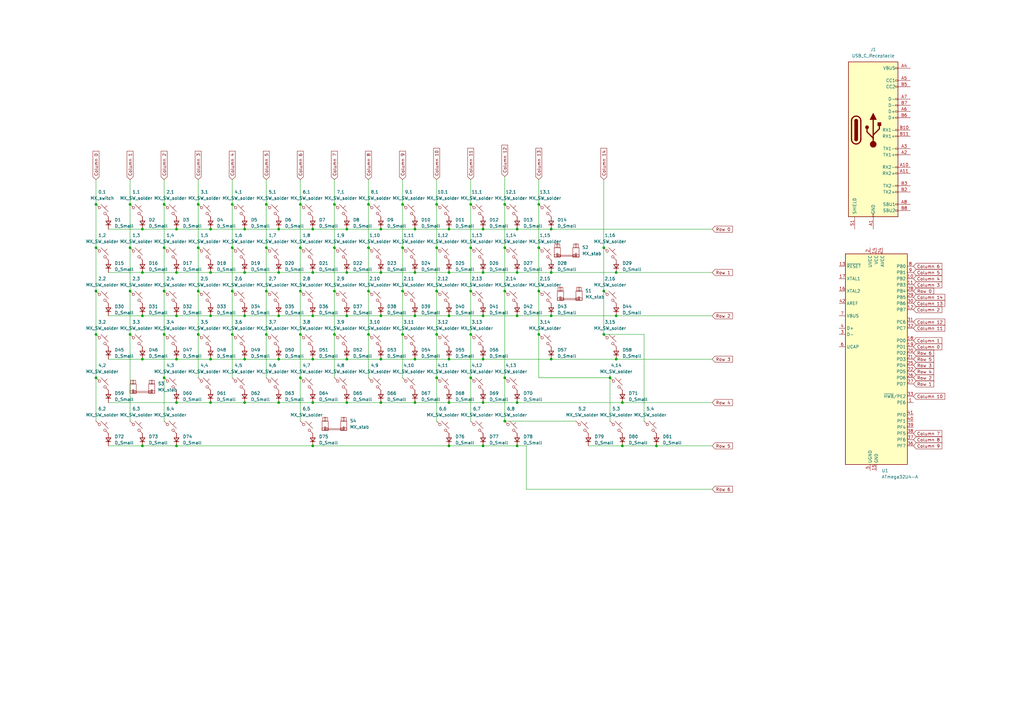
<source format=kicad_sch>
(kicad_sch (version 20231120) (generator "eeschema") (generator_version "8.0")
  (paper "A3")
  (junction (at 137.16 101.6))
  (junction (at 39.37 83.82))
  (junction (at 72.39 111.76))
  (junction (at 100.33 111.76))
  (junction (at 207.01 119.38))
  (junction (at 179.07 137.16))
  (junction (at 100.33 147.32))
  (junction (at 128.27 93.98))
  (junction (at 81.28 101.6))
  (junction (at 170.18 165.1))
  (junction (at 151.13 137.16))
  (junction (at 198.12 93.98))
  (junction (at 184.15 165.1))
  (junction (at 137.16 119.38))
  (junction (at 151.13 119.38))
  (junction (at 193.04 83.82))
  (junction (at 123.19 154.94))
  (junction (at 86.36 147.32))
  (junction (at 128.27 111.76))
  (junction (at 109.22 119.38))
  (junction (at 114.3 111.76))
  (junction (at 165.1 119.38))
  (junction (at 58.42 147.32))
  (junction (at 123.19 83.82))
  (junction (at 156.21 165.1))
  (junction (at 220.98 101.6))
  (junction (at 255.27 182.88))
  (junction (at 198.12 147.32))
  (junction (at 86.36 111.76))
  (junction (at 114.3 93.98))
  (junction (at 165.1 137.16))
  (junction (at 252.73 129.54))
  (junction (at 212.09 111.76))
  (junction (at 123.19 119.38))
  (junction (at 100.33 93.98))
  (junction (at 128.27 182.88))
  (junction (at 53.34 137.16))
  (junction (at 212.09 129.54))
  (junction (at 123.19 101.6))
  (junction (at 58.42 182.88))
  (junction (at 156.21 93.98))
  (junction (at 220.98 137.16))
  (junction (at 128.27 129.54))
  (junction (at 109.22 101.6))
  (junction (at 184.15 111.76))
  (junction (at 58.42 93.98))
  (junction (at 184.15 182.88))
  (junction (at 95.25 137.16))
  (junction (at 137.16 137.16))
  (junction (at 53.34 83.82))
  (junction (at 53.34 101.6))
  (junction (at 95.25 83.82))
  (junction (at 179.07 154.94))
  (junction (at 165.1 83.82))
  (junction (at 198.12 182.88))
  (junction (at 269.24 182.88))
  (junction (at 86.36 129.54))
  (junction (at 250.19 154.94))
  (junction (at 67.31 154.94))
  (junction (at 220.98 119.38))
  (junction (at 184.15 93.98))
  (junction (at 170.18 93.98))
  (junction (at 220.98 83.82))
  (junction (at 184.15 129.54))
  (junction (at 207.01 101.6))
  (junction (at 142.24 165.1))
  (junction (at 95.25 101.6))
  (junction (at 128.27 165.1))
  (junction (at 179.07 101.6))
  (junction (at 100.33 129.54))
  (junction (at 39.37 119.38))
  (junction (at 170.18 129.54))
  (junction (at 226.06 93.98))
  (junction (at 39.37 137.16))
  (junction (at 67.31 137.16))
  (junction (at 198.12 111.76))
  (junction (at 142.24 93.98))
  (junction (at 114.3 129.54))
  (junction (at 226.06 129.54))
  (junction (at 53.34 119.38))
  (junction (at 252.73 147.32))
  (junction (at 67.31 83.82))
  (junction (at 109.22 83.82))
  (junction (at 252.73 111.76))
  (junction (at 212.09 165.1))
  (junction (at 72.39 93.98))
  (junction (at 184.15 147.32))
  (junction (at 193.04 137.16))
  (junction (at 100.33 165.1))
  (junction (at 72.39 129.54))
  (junction (at 137.16 83.82))
  (junction (at 226.06 111.76))
  (junction (at 58.42 111.76))
  (junction (at 39.37 154.94))
  (junction (at 170.18 111.76))
  (junction (at 226.06 147.32))
  (junction (at 95.25 119.38))
  (junction (at 156.21 129.54))
  (junction (at 114.3 165.1))
  (junction (at 72.39 147.32))
  (junction (at 151.13 83.82))
  (junction (at 39.37 101.6))
  (junction (at 86.36 93.98))
  (junction (at 170.18 147.32))
  (junction (at 247.65 101.6))
  (junction (at 165.1 101.6))
  (junction (at 207.01 83.82))
  (junction (at 156.21 147.32))
  (junction (at 198.12 165.1))
  (junction (at 179.07 119.38))
  (junction (at 81.28 119.38))
  (junction (at 123.19 137.16))
  (junction (at 179.07 83.82))
  (junction (at 58.42 129.54))
  (junction (at 128.27 147.32))
  (junction (at 198.12 129.54))
  (junction (at 67.31 119.38))
  (junction (at 142.24 111.76))
  (junction (at 193.04 119.38))
  (junction (at 109.22 137.16))
  (junction (at 81.28 137.16))
  (junction (at 81.28 83.82))
  (junction (at 212.09 182.88))
  (junction (at 86.36 165.1))
  (junction (at 193.04 154.94))
  (junction (at 67.31 101.6))
  (junction (at 247.65 119.38))
  (junction (at 255.27 165.1))
  (junction (at 142.24 147.32))
  (junction (at 151.13 101.6))
  (junction (at 72.39 182.88))
  (junction (at 156.21 111.76))
  (junction (at 212.09 93.98))
  (junction (at 193.04 101.6))
  (junction (at 207.01 172.72))
  (junction (at 72.39 165.1))
  (junction (at 114.3 147.32))
  (junction (at 207.01 154.94))
  (junction (at 247.65 137.16))
  (junction (at 142.24 129.54))
  (wire (pts (xy 128.27 147.32) (xy 142.24 147.32)))
  (wire (pts (xy 292.1 200.66) (xy 215.9 200.66)))
  (wire (pts (xy 226.06 147.32) (xy 252.73 147.32)))
  (wire (pts (xy 247.65 137.16) (xy 264.16 137.16)))
  (wire (pts (xy 67.31 119.38) (xy 67.31 137.16)))
  (wire (pts (xy 255.27 182.88) (xy 269.24 182.88)))
  (wire (pts (xy 142.24 111.76) (xy 156.21 111.76)))
  (wire (pts (xy 58.42 93.98) (xy 72.39 93.98)))
  (wire (pts (xy 252.73 129.54) (xy 292.1 129.54)))
  (wire (pts (xy 198.12 111.76) (xy 212.09 111.76)))
  (wire (pts (xy 179.07 73.66) (xy 179.07 83.82)))
  (wire (pts (xy 53.34 73.66) (xy 53.34 83.82)))
  (wire (pts (xy 100.33 129.54) (xy 114.3 129.54)))
  (wire (pts (xy 151.13 101.6) (xy 151.13 119.38)))
  (wire (pts (xy 44.45 182.88) (xy 58.42 182.88)))
  (wire (pts (xy 123.19 119.38) (xy 123.19 137.16)))
  (wire (pts (xy 170.18 111.76) (xy 184.15 111.76)))
  (wire (pts (xy 170.18 129.54) (xy 184.15 129.54)))
  (wire (pts (xy 114.3 93.98) (xy 128.27 93.98)))
  (wire (pts (xy 114.3 111.76) (xy 128.27 111.76)))
  (wire (pts (xy 72.39 147.32) (xy 86.36 147.32)))
  (wire (pts (xy 170.18 147.32) (xy 184.15 147.32)))
  (wire (pts (xy 100.33 111.76) (xy 114.3 111.76)))
  (wire (pts (xy 81.28 101.6) (xy 81.28 119.38)))
  (wire (pts (xy 156.21 165.1) (xy 170.18 165.1)))
  (wire (pts (xy 207.01 83.82) (xy 207.01 101.6)))
  (wire (pts (xy 128.27 93.98) (xy 142.24 93.98)))
  (wire (pts (xy 58.42 111.76) (xy 72.39 111.76)))
  (wire (pts (xy 123.19 154.94) (xy 123.19 172.72)))
  (wire (pts (xy 53.34 137.16) (xy 53.34 172.72)))
  (wire (pts (xy 198.12 147.32) (xy 226.06 147.32)))
  (wire (pts (xy 212.09 182.88) (xy 215.9 182.88)))
  (wire (pts (xy 184.15 111.76) (xy 198.12 111.76)))
  (wire (pts (xy 165.1 119.38) (xy 165.1 137.16)))
  (wire (pts (xy 53.34 119.38) (xy 53.34 137.16)))
  (wire (pts (xy 156.21 129.54) (xy 170.18 129.54)))
  (wire (pts (xy 81.28 119.38) (xy 81.28 137.16)))
  (wire (pts (xy 207.01 119.38) (xy 207.01 154.94)))
  (wire (pts (xy 151.13 83.82) (xy 151.13 101.6)))
  (wire (pts (xy 198.12 165.1) (xy 212.09 165.1)))
  (wire (pts (xy 58.42 129.54) (xy 72.39 129.54)))
  (wire (pts (xy 114.3 129.54) (xy 128.27 129.54)))
  (wire (pts (xy 250.19 154.94) (xy 250.19 172.72)))
  (wire (pts (xy 123.19 137.16) (xy 123.19 154.94)))
  (wire (pts (xy 95.25 73.66) (xy 95.25 83.82)))
  (wire (pts (xy 193.04 119.38) (xy 193.04 137.16)))
  (wire (pts (xy 100.33 165.1) (xy 114.3 165.1)))
  (wire (pts (xy 212.09 111.76) (xy 226.06 111.76)))
  (wire (pts (xy 67.31 137.16) (xy 67.31 154.94)))
  (wire (pts (xy 72.39 129.54) (xy 86.36 129.54)))
  (wire (pts (xy 123.19 73.66) (xy 123.19 83.82)))
  (wire (pts (xy 44.45 129.54) (xy 58.42 129.54)))
  (wire (pts (xy 220.98 137.16) (xy 220.98 154.94)))
  (wire (pts (xy 95.25 119.38) (xy 95.25 137.16)))
  (wire (pts (xy 207.01 101.6) (xy 207.01 119.38)))
  (wire (pts (xy 142.24 93.98) (xy 156.21 93.98)))
  (wire (pts (xy 212.09 129.54) (xy 226.06 129.54)))
  (wire (pts (xy 114.3 147.32) (xy 128.27 147.32)))
  (wire (pts (xy 193.04 137.16) (xy 193.04 154.94)))
  (wire (pts (xy 72.39 93.98) (xy 86.36 93.98)))
  (wire (pts (xy 292.1 182.88) (xy 269.24 182.88)))
  (wire (pts (xy 193.04 154.94) (xy 193.04 172.72)))
  (wire (pts (xy 184.15 93.98) (xy 198.12 93.98)))
  (wire (pts (xy 220.98 154.94) (xy 250.19 154.94)))
  (wire (pts (xy 128.27 182.88) (xy 184.15 182.88)))
  (wire (pts (xy 86.36 93.98) (xy 100.33 93.98)))
  (wire (pts (xy 220.98 119.38) (xy 220.98 137.16)))
  (wire (pts (xy 156.21 93.98) (xy 170.18 93.98)))
  (wire (pts (xy 53.34 83.82) (xy 53.34 101.6)))
  (wire (pts (xy 100.33 93.98) (xy 114.3 93.98)))
  (wire (pts (xy 292.1 111.76) (xy 252.73 111.76)))
  (wire (pts (xy 72.39 111.76) (xy 86.36 111.76)))
  (wire (pts (xy 292.1 93.98) (xy 226.06 93.98)))
  (wire (pts (xy 220.98 101.6) (xy 220.98 119.38)))
  (wire (pts (xy 72.39 182.88) (xy 128.27 182.88)))
  (wire (pts (xy 207.01 72.39) (xy 207.01 83.82)))
  (wire (pts (xy 44.45 147.32) (xy 58.42 147.32)))
  (wire (pts (xy 220.98 83.82) (xy 220.98 101.6)))
  (wire (pts (xy 67.31 101.6) (xy 67.31 119.38)))
  (wire (pts (xy 247.65 73.66) (xy 247.65 101.6)))
  (wire (pts (xy 264.16 172.72) (xy 264.16 137.16)))
  (wire (pts (xy 109.22 119.38) (xy 109.22 137.16)))
  (wire (pts (xy 226.06 111.76) (xy 252.73 111.76)))
  (wire (pts (xy 142.24 129.54) (xy 156.21 129.54)))
  (wire (pts (xy 142.24 147.32) (xy 156.21 147.32)))
  (wire (pts (xy 179.07 83.82) (xy 179.07 101.6)))
  (wire (pts (xy 128.27 165.1) (xy 142.24 165.1)))
  (wire (pts (xy 184.15 165.1) (xy 198.12 165.1)))
  (wire (pts (xy 44.45 165.1) (xy 72.39 165.1)))
  (wire (pts (xy 165.1 73.66) (xy 165.1 83.82)))
  (wire (pts (xy 198.12 129.54) (xy 212.09 129.54)))
  (wire (pts (xy 137.16 73.66) (xy 137.16 83.82)))
  (wire (pts (xy 109.22 73.66) (xy 109.22 83.82)))
  (wire (pts (xy 292.1 165.1) (xy 255.27 165.1)))
  (wire (pts (xy 179.07 137.16) (xy 179.07 154.94)))
  (wire (pts (xy 39.37 83.82) (xy 39.37 101.6)))
  (wire (pts (xy 179.07 119.38) (xy 179.07 137.16)))
  (wire (pts (xy 137.16 101.6) (xy 137.16 119.38)))
  (wire (pts (xy 128.27 111.76) (xy 142.24 111.76)))
  (wire (pts (xy 58.42 147.32) (xy 72.39 147.32)))
  (wire (pts (xy 215.9 182.88) (xy 215.9 200.66)))
  (wire (pts (xy 193.04 101.6) (xy 193.04 119.38)))
  (wire (pts (xy 39.37 119.38) (xy 39.37 137.16)))
  (wire (pts (xy 151.13 137.16) (xy 151.13 154.94)))
  (wire (pts (xy 198.12 93.98) (xy 212.09 93.98)))
  (wire (pts (xy 292.1 147.32) (xy 252.73 147.32)))
  (wire (pts (xy 86.36 111.76) (xy 100.33 111.76)))
  (wire (pts (xy 179.07 154.94) (xy 179.07 172.72)))
  (wire (pts (xy 95.25 83.82) (xy 95.25 101.6)))
  (wire (pts (xy 95.25 137.16) (xy 95.25 154.94)))
  (wire (pts (xy 81.28 137.16) (xy 81.28 154.94)))
  (wire (pts (xy 39.37 137.16) (xy 39.37 154.94)))
  (wire (pts (xy 156.21 111.76) (xy 170.18 111.76)))
  (wire (pts (xy 137.16 119.38) (xy 137.16 137.16)))
  (wire (pts (xy 156.21 147.32) (xy 170.18 147.32)))
  (wire (pts (xy 250.19 153.67) (xy 250.19 154.94)))
  (wire (pts (xy 100.33 147.32) (xy 114.3 147.32)))
  (wire (pts (xy 184.15 182.88) (xy 198.12 182.88)))
  (wire (pts (xy 207.01 154.94) (xy 207.01 172.72)))
  (wire (pts (xy 86.36 165.1) (xy 100.33 165.1)))
  (wire (pts (xy 86.36 129.54) (xy 100.33 129.54)))
  (wire (pts (xy 142.24 165.1) (xy 156.21 165.1)))
  (wire (pts (xy 58.42 182.88) (xy 72.39 182.88)))
  (wire (pts (xy 67.31 83.82) (xy 67.31 101.6)))
  (wire (pts (xy 179.07 101.6) (xy 179.07 119.38)))
  (wire (pts (xy 123.19 83.82) (xy 123.19 101.6)))
  (wire (pts (xy 109.22 101.6) (xy 109.22 119.38)))
  (wire (pts (xy 193.04 73.66) (xy 193.04 83.82)))
  (wire (pts (xy 128.27 129.54) (xy 142.24 129.54)))
  (wire (pts (xy 165.1 101.6) (xy 165.1 119.38)))
  (wire (pts (xy 109.22 137.16) (xy 109.22 154.94)))
  (wire (pts (xy 184.15 129.54) (xy 198.12 129.54)))
  (wire (pts (xy 67.31 154.94) (xy 67.31 172.72)))
  (wire (pts (xy 81.28 83.82) (xy 81.28 101.6)))
  (wire (pts (xy 39.37 73.66) (xy 39.37 83.82)))
  (wire (pts (xy 67.31 73.66) (xy 67.31 83.82)))
  (wire (pts (xy 137.16 83.82) (xy 137.16 101.6)))
  (wire (pts (xy 220.98 73.66) (xy 220.98 83.82)))
  (wire (pts (xy 39.37 101.6) (xy 39.37 119.38)))
  (wire (pts (xy 247.65 119.38) (xy 247.65 137.16)))
  (wire (pts (xy 165.1 83.82) (xy 165.1 101.6)))
  (wire (pts (xy 226.06 129.54) (xy 252.73 129.54)))
  (wire (pts (xy 184.15 147.32) (xy 198.12 147.32)))
  (wire (pts (xy 109.22 83.82) (xy 109.22 101.6)))
  (wire (pts (xy 212.09 93.98) (xy 226.06 93.98)))
  (wire (pts (xy 212.09 165.1) (xy 255.27 165.1)))
  (wire (pts (xy 193.04 83.82) (xy 193.04 101.6)))
  (wire (pts (xy 44.45 111.76) (xy 58.42 111.76)))
  (wire (pts (xy 114.3 165.1) (xy 128.27 165.1)))
  (wire (pts (xy 212.09 182.88) (xy 198.12 182.88)))
  (wire (pts (xy 137.16 137.16) (xy 137.16 154.94)))
  (wire (pts (xy 53.34 101.6) (xy 53.34 119.38)))
  (wire (pts (xy 241.3 182.88) (xy 255.27 182.88)))
  (wire (pts (xy 170.18 165.1) (xy 184.15 165.1)))
  (wire (pts (xy 170.18 93.98) (xy 184.15 93.98)))
  (wire (pts (xy 207.01 172.72) (xy 236.22 172.72)))
  (wire (pts (xy 44.45 93.98) (xy 58.42 93.98)))
  (wire (pts (xy 165.1 137.16) (xy 165.1 154.94)))
  (wire (pts (xy 151.13 119.38) (xy 151.13 137.16)))
  (wire (pts (xy 151.13 73.66) (xy 151.13 83.82)))
  (wire (pts (xy 123.19 101.6) (xy 123.19 119.38)))
  (wire (pts (xy 247.65 101.6) (xy 247.65 119.38)))
  (wire (pts (xy 86.36 147.32) (xy 100.33 147.32)))
  (wire (pts (xy 95.25 101.6) (xy 95.25 119.38)))
  (wire (pts (xy 72.39 165.1) (xy 86.36 165.1)))
  (wire (pts (xy 81.28 73.66) (xy 81.28 83.82)))
  (wire (pts (xy 39.37 154.94) (xy 39.37 172.72)))
  (global_label "Column 12" (shape input) (at 374.65 132.08 0) (property "Intersheetrefs" "${INTERSHEET_REFS}" (effects (hide yes))))
  (global_label "Column 8" (shape input) (at 151.13 73.66 90) (property "Intersheetrefs" "${INTERSHEET_REFS}" (effects (hide yes))))
  (global_label "Row 5" (shape input) (at 374.65 147.32 0) (property "Intersheetrefs" "${INTERSHEET_REFS}" (effects (hide yes))))
  (global_label "Column 1" (shape input) (at 374.65 139.7 0) (property "Intersheetrefs" "${INTERSHEET_REFS}" (effects (hide yes))))
  (global_label "Column 3" (shape input) (at 81.28 73.66 90) (property "Intersheetrefs" "${INTERSHEET_REFS}" (effects (hide yes))))
  (global_label "Column 14" (shape input) (at 374.65 121.92 0) (property "Intersheetrefs" "${INTERSHEET_REFS}" (effects (hide yes))))
  (global_label "Row 1" (shape input) (at 292.1 111.76 0) (property "Intersheetrefs" "${INTERSHEET_REFS}" (effects (hide yes))))
  (global_label "Row 2" (shape input) (at 292.1 129.54 0) (property "Intersheetrefs" "${INTERSHEET_REFS}" (effects (hide yes))))
  (global_label "Row 3" (shape input) (at 292.1 147.32 0) (property "Intersheetrefs" "${INTERSHEET_REFS}" (effects (hide yes))))
  (global_label "Column 0" (shape input) (at 374.65 142.24 0) (property "Intersheetrefs" "${INTERSHEET_REFS}" (effects (hide yes))))
  (global_label "Column 13" (shape input) (at 220.98 73.66 90) (property "Intersheetrefs" "${INTERSHEET_REFS}" (effects (hide yes))))
  (global_label "Row 6" (shape input) (at 374.65 144.78 0) (property "Intersheetrefs" "${INTERSHEET_REFS}" (effects (hide yes))))
  (global_label "Column 14" (shape input) (at 247.65 73.66 90) (property "Intersheetrefs" "${INTERSHEET_REFS}" (effects (hide yes))))
  (global_label "Row 4" (shape input) (at 374.65 152.4 0) (property "Intersheetrefs" "${INTERSHEET_REFS}" (effects (hide yes))))
  (global_label "Column 10" (shape input) (at 374.65 162.56 0) (property "Intersheetrefs" "${INTERSHEET_REFS}" (effects (hide yes))))
  (global_label "Column 12" (shape input) (at 207.01 72.39 90) (property "Intersheetrefs" "${INTERSHEET_REFS}" (effects (hide yes))))
  (global_label "Column 4" (shape input) (at 95.25 73.66 90) (property "Intersheetrefs" "${INTERSHEET_REFS}" (effects (hide yes))))
  (global_label "Row 0" (shape input) (at 374.65 119.38 0) (property "Intersheetrefs" "${INTERSHEET_REFS}" (effects (hide yes))))
  (global_label "Column 6" (shape input) (at 374.65 109.22 0) (property "Intersheetrefs" "${INTERSHEET_REFS}" (effects (hide yes))))
  (global_label "Row 3" (shape input) (at 374.65 149.86 0) (property "Intersheetrefs" "${INTERSHEET_REFS}" (effects (hide yes))))
  (global_label "Column 13" (shape input) (at 374.65 124.46 0) (property "Intersheetrefs" "${INTERSHEET_REFS}" (effects (hide yes))))
  (global_label "Column 11" (shape input) (at 374.65 134.62 0) (property "Intersheetrefs" "${INTERSHEET_REFS}" (effects (hide yes))))
  (global_label "Column 3" (shape input) (at 374.65 116.84 0) (property "Intersheetrefs" "${INTERSHEET_REFS}" (effects (hide yes))))
  (global_label "Column 9" (shape input) (at 165.1 73.66 90) (property "Intersheetrefs" "${INTERSHEET_REFS}" (effects (hide yes))))
  (global_label "Column 0" (shape input) (at 39.37 73.66 90) (property "Intersheetrefs" "${INTERSHEET_REFS}" (effects (hide yes))))
  (global_label "Column 7" (shape input) (at 137.16 73.66 90) (property "Intersheetrefs" "${INTERSHEET_REFS}" (effects (hide yes))))
  (global_label "Column 2" (shape input) (at 67.31 73.66 90) (property "Intersheetrefs" "${INTERSHEET_REFS}" (effects (hide yes))))
  (global_label "Column 9" (shape input) (at 374.65 182.88 0) (property "Intersheetrefs" "${INTERSHEET_REFS}" (effects (hide yes))))
  (global_label "Row 6" (shape input) (at 292.1 200.66 0) (property "Intersheetrefs" "${INTERSHEET_REFS}" (effects (hide yes))))
  (global_label "Column 11" (shape input) (at 193.04 73.66 90) (property "Intersheetrefs" "${INTERSHEET_REFS}" (effects (hide yes))))
  (global_label "Column 7" (shape input) (at 374.65 177.8 0) (property "Intersheetrefs" "${INTERSHEET_REFS}" (effects (hide yes))))
  (global_label "Column 1" (shape input) (at 53.34 73.66 90) (property "Intersheetrefs" "${INTERSHEET_REFS}" (effects (hide yes))))
  (global_label "Column 6" (shape input) (at 123.19 73.66 90) (property "Intersheetrefs" "${INTERSHEET_REFS}" (effects (hide yes))))
  (global_label "Column 10" (shape input) (at 179.07 73.66 90) (property "Intersheetrefs" "${INTERSHEET_REFS}" (effects (hide yes))))
  (global_label "Row 0" (shape input) (at 292.1 93.98 0) (property "Intersheetrefs" "${INTERSHEET_REFS}" (effects (hide yes))))
  (global_label "Row 4" (shape input) (at 292.1 165.1 0) (property "Intersheetrefs" "${INTERSHEET_REFS}" (effects (hide yes))))
  (global_label "Column 4" (shape input) (at 374.65 114.3 0) (property "Intersheetrefs" "${INTERSHEET_REFS}" (effects (hide yes))))
  (global_label "Column 2" (shape input) (at 374.65 127 0) (property "Intersheetrefs" "${INTERSHEET_REFS}" (effects (hide yes))))
  (global_label "Row 5" (shape input) (at 292.1 182.88 0) (property "Intersheetrefs" "${INTERSHEET_REFS}" (effects (hide yes))))
  (global_label "Column 8" (shape input) (at 374.65 180.34 0) (property "Intersheetrefs" "${INTERSHEET_REFS}" (effects (hide yes))))
  (global_label "Column 5" (shape input) (at 109.22 73.66 90) (property "Intersheetrefs" "${INTERSHEET_REFS}" (effects (hide yes))))
  (global_label "Row 2" (shape input) (at 374.65 154.94 0) (property "Intersheetrefs" "${INTERSHEET_REFS}" (effects (hide yes))))
  (global_label "Row 1" (shape input) (at 374.65 157.48 0) (property "Intersheetrefs" "${INTERSHEET_REFS}" (effects (hide yes))))
  (global_label "Column 5" (shape input) (at 374.65 111.76 0) (property "Intersheetrefs" "${INTERSHEET_REFS}" (effects (hide yes))))
  (symbol (lib_id "Device:D_Small") (at 184.15 91.44 90) (unit 1)
    (property "Reference" "D11" (at 186.69 90.1699 90) (effects (justify right)))
    (property "Value" "D_Small" (at 186.69 92.7099 90) (effects (justify right)))
    (property "Footprint" "Diode_SMD:D_SOD-123" (effects (hide yes)))
    (property "Description" "Diode, small symbol" (effects (hide yes)))
    (property "Sim.Device" "D" (effects (hide yes)))
    (property "Sim.Pins" "1=K 2=A" (effects (hide yes)))
  )
  (symbol (lib_id "Device:D_Small") (at 142.24 144.78 90) (unit 1)
    (property "Reference" "D52" (at 144.78 143.5099 90) (effects (justify right)))
    (property "Value" "D_Small" (at 144.78 146.0499 90) (effects (justify right)))
    (property "Footprint" "Diode_SMD:D_SOD-123" (effects (hide yes)))
    (property "Description" "Diode, small symbol" (effects (hide yes)))
    (property "Sim.Device" "D" (effects (hide yes)))
    (property "Sim.Pins" "1=K 2=A" (effects (hide yes)))
  )
  (symbol (lib_id "PCM_marbastlib-mx:MX_SW_solder") (at 83.82 139.7 0) (unit 1)
    (property "Reference" "3,5" (at 83.82 132.08 0))
    (property "Value" "MX_SW_solder" (at 83.82 134.62 0))
    (property "Footprint" "PCM_marbastlib-mx:SW_MX_1u" (effects (hide yes)))
    (property "Description" "Push button switch, normally open, two pins, 45° tilted" (effects (hide yes)))
  )
  (symbol (lib_id "Device:D_Small") (at 184.15 144.78 90) (unit 1)
    (property "Reference" "D55" (at 186.69 143.5099 90) (effects (justify right)))
    (property "Value" "D_Small" (at 186.69 146.0499 90) (effects (justify right)))
    (property "Footprint" "Diode_SMD:D_SOD-123" (effects (hide yes)))
    (property "Description" "Diode, small symbol" (effects (hide yes)))
    (property "Sim.Device" "D" (effects (hide yes)))
    (property "Sim.Pins" "1=K 2=A" (effects (hide yes)))
  )
  (symbol (lib_id "PCM_marbastlib-mx:MX_SW_solder") (at 167.64 104.14 0) (unit 1)
    (property "Reference" "1,11" (at 167.64 96.52 0))
    (property "Value" "MX_SW_solder" (at 167.64 99.06 0))
    (property "Footprint" "PCM_marbastlib-mx:SW_MX_1u" (effects (hide yes)))
    (property "Description" "Push button switch, normally open, two pins, 45° tilted" (effects (hide yes)))
  )
  (symbol (lib_id "Device:D_Small") (at 100.33 127 90) (unit 1)
    (property "Reference" "D34" (at 102.87 125.7299 90) (effects (justify right)))
    (property "Value" "D_Small" (at 102.87 128.2699 90) (effects (justify right)))
    (property "Footprint" "Diode_SMD:D_SOD-123" (effects (hide yes)))
    (property "Description" "Diode, small symbol" (effects (hide yes)))
    (property "Sim.Device" "D" (effects (hide yes)))
    (property "Sim.Pins" "1=K 2=A" (effects (hide yes)))
  )
  (symbol (lib_id "Device:D_Small") (at 44.45 180.34 90) (unit 1)
    (property "Reference" "D72" (at 46.99 179.0699 90) (effects (justify right)))
    (property "Value" "D_Small" (at 46.99 181.6099 90) (effects (justify right)))
    (property "Footprint" "Diode_SMD:D_SOD-123" (effects (hide yes)))
    (property "Description" "Diode, small symbol" (effects (hide yes)))
    (property "Sim.Device" "D" (effects (hide yes)))
    (property "Sim.Pins" "1=K 2=A" (effects (hide yes)))
  )
  (symbol (lib_id "PCM_marbastlib-mx:MX_SW_solder") (at 139.7 139.7 0) (unit 1)
    (property "Reference" "3,9" (at 139.7 132.08 0))
    (property "Value" "MX_SW_solder" (at 139.7 134.62 0))
    (property "Footprint" "PCM_marbastlib-mx:SW_MX_1u" (effects (hide yes)))
    (property "Description" "Push button switch, normally open, two pins, 45° tilted" (effects (hide yes)))
  )
  (symbol (lib_id "Device:D_Small") (at 86.36 162.56 90) (unit 1)
    (property "Reference" "D61" (at 88.9 161.2899 90) (effects (justify right)))
    (property "Value" "D_Small" (at 88.9 163.8299 90) (effects (justify right)))
    (property "Footprint" "Diode_SMD:D_SOD-123" (effects (hide yes)))
    (property "Description" "Diode, small symbol" (effects (hide yes)))
    (property "Sim.Device" "D" (effects (hide yes)))
    (property "Sim.Pins" "1=K 2=A" (effects (hide yes)))
  )
  (symbol (lib_id "Device:D_Small") (at 128.27 91.44 90) (unit 1)
    (property "Reference" "D7" (at 130.81 90.1699 90) (effects (justify right)))
    (property "Value" "D_Small" (at 130.81 92.7099 90) (effects (justify right)))
    (property "Footprint" "Diode_SMD:D_SOD-123" (effects (hide yes)))
    (property "Description" "Diode, small symbol" (effects (hide yes)))
    (property "Sim.Device" "D" (effects (hide yes)))
    (property "Sim.Pins" "1=K 2=A" (effects (hide yes)))
  )
  (symbol (lib_id "PCM_marbastlib-mx:MX_SW_solder") (at 55.88 104.14 0) (unit 1)
    (property "Reference" "1,3" (at 55.88 96.52 0))
    (property "Value" "MX_SW_solder" (at 55.88 99.06 0))
    (property "Footprint" "PCM_marbastlib-mx:SW_MX_1u" (effects (hide yes)))
    (property "Description" "Push button switch, normally open, two pins, 45° tilted" (effects (hide yes)))
  )
  (symbol (lib_id "Device:D_Small") (at 44.45 144.78 90) (unit 1)
    (property "Reference" "D45" (at 46.99 143.5099 90) (effects (justify right)))
    (property "Value" "D_Small" (at 46.99 146.0499 90) (effects (justify right)))
    (property "Footprint" "Diode_SMD:D_SOD-123" (effects (hide yes)))
    (property "Description" "Diode, small symbol" (effects (hide yes)))
    (property "Sim.Device" "D" (effects (hide yes)))
    (property "Sim.Pins" "1=K 2=A" (effects (hide yes)))
  )
  (symbol (lib_id "Device:D_Small") (at 72.39 180.34 90) (unit 1)
    (property "Reference" "D74" (at 74.93 179.0699 90) (effects (justify right)))
    (property "Value" "D_Small" (at 74.93 181.6099 90) (effects (justify right)))
    (property "Footprint" "Diode_SMD:D_SOD-123" (effects (hide yes)))
    (property "Description" "Diode, small symbol" (effects (hide yes)))
    (property "Sim.Device" "D" (effects (hide yes)))
    (property "Sim.Pins" "1=K 2=A" (effects (hide yes)))
  )
  (symbol (lib_id "PCM_marbastlib-mx:MX_SW_solder") (at 252.73 157.48 0) (unit 1)
    (property "Reference" "4,14" (at 252.73 149.86 0))
    (property "Value" "MX_SW_solder" (at 252.73 152.4 0))
    (property "Footprint" "PCM_marbastlib-mx:SW_MX_1u" (effects (hide yes)))
    (property "Description" "Push button switch, normally open, two pins, 45° tilted" (effects (hide yes)))
  )
  (symbol (lib_id "Device:D_Small") (at 156.21 127 90) (unit 1)
    (property "Reference" "D38" (at 158.75 125.7299 90) (effects (justify right)))
    (property "Value" "D_Small" (at 158.75 128.2699 90) (effects (justify right)))
    (property "Footprint" "Diode_SMD:D_SOD-123" (effects (hide yes)))
    (property "Description" "Diode, small symbol" (effects (hide yes)))
    (property "Sim.Device" "D" (effects (hide yes)))
    (property "Sim.Pins" "1=K 2=A" (effects (hide yes)))
  )
  (symbol (lib_id "PCM_marbastlib-mx:MX_SW_solder") (at 41.91 157.48 0) (unit 1)
    (property "Reference" "4,2" (at 41.91 149.86 0))
    (property "Value" "MX_SW_solder" (at 41.91 152.4 0))
    (property "Footprint" "PCM_marbastlib-mx:SW_MX_1u" (effects (hide yes)))
    (property "Description" "Push button switch, normally open, two pins, 45° tilted" (effects (hide yes)))
  )
  (symbol (lib_id "PCM_marbastlib-mx:MX_SW_solder") (at 97.79 121.92 0) (unit 1)
    (property "Reference" "2,6" (at 97.79 114.3 0))
    (property "Value" "MX_SW_solder" (at 97.79 116.84 0))
    (property "Footprint" "PCM_marbastlib-mx:SW_MX_1u" (effects (hide yes)))
    (property "Description" "Push button switch, normally open, two pins, 45° tilted" (effects (hide yes)))
  )
  (symbol (lib_id "PCM_marbastlib-mx:MX_SW_solder") (at 69.85 104.14 0) (unit 1)
    (property "Reference" "1,4" (at 69.85 96.52 0))
    (property "Value" "MX_SW_solder" (at 69.85 99.06 0))
    (property "Footprint" "PCM_marbastlib-mx:SW_MX_1u" (effects (hide yes)))
    (property "Description" "Push button switch, normally open, two pins, 45° tilted" (effects (hide yes)))
  )
  (symbol (lib_id "Device:D_Small") (at 100.33 144.78 90) (unit 1)
    (property "Reference" "D49" (at 102.87 143.5099 90) (effects (justify right)))
    (property "Value" "D_Small" (at 102.87 146.0499 90) (effects (justify right)))
    (property "Footprint" "Diode_SMD:D_SOD-123" (effects (hide yes)))
    (property "Description" "Diode, small symbol" (effects (hide yes)))
    (property "Sim.Device" "D" (effects (hide yes)))
    (property "Sim.Pins" "1=K 2=A" (effects (hide yes)))
  )
  (symbol (lib_id "PCM_marbastlib-mx:MX_SW_solder") (at 69.85 175.26 0) (unit 1)
    (property "Reference" "6,4" (at 69.85 167.64 0))
    (property "Value" "MX_SW_solder" (at 69.85 170.18 0))
    (property "Footprint" "PCM_marbastlib-mx:SW_MX_1.25u" (effects (hide yes)))
    (property "Description" "Push button switch, normally open, two pins, 45° tilted" (effects (hide yes)))
  )
  (symbol (lib_id "PCM_marbastlib-mx:MX_SW_solder") (at 223.52 139.7 0) (unit 1)
    (property "Reference" "3,14" (at 223.52 132.08 0))
    (property "Value" "MX_SW_solder" (at 223.52 134.62 0))
    (property "Footprint" "PCM_marbastlib-mx:SW_MX_1u" (effects (hide yes)))
    (property "Description" "Push button switch, normally open, two pins, 45° tilted" (effects (hide yes)))
  )
  (symbol (lib_id "PCM_marbastlib-mx:MX_SW_solder") (at 195.58 157.48 0) (unit 1)
    (property "Reference" "4,12" (at 195.58 149.86 0))
    (property "Value" "MX_SW_solder" (at 195.58 152.4 0))
    (property "Footprint" "PCM_marbastlib-mx:SW_MX_1u" (effects (hide yes)))
    (property "Description" "Push button switch, normally open, two pins, 45° tilted" (effects (hide yes)))
  )
  (symbol (lib_id "Device:D_Small") (at 128.27 127 90) (unit 1)
    (property "Reference" "D36" (at 130.81 125.7299 90) (effects (justify right)))
    (property "Value" "D_Small" (at 130.81 128.2699 90) (effects (justify right)))
    (property "Footprint" "Diode_SMD:D_SOD-123" (effects (hide yes)))
    (property "Description" "Diode, small symbol" (effects (hide yes)))
    (property "Sim.Device" "D" (effects (hide yes)))
    (property "Sim.Pins" "1=K 2=A" (effects (hide yes)))
  )
  (symbol (lib_id "Device:D_Small") (at 184.15 127 90) (unit 1)
    (property "Reference" "D40" (at 186.69 125.7299 90) (effects (justify right)))
    (property "Value" "D_Small" (at 186.69 128.2699 90) (effects (justify right)))
    (property "Footprint" "Diode_SMD:D_SOD-123" (effects (hide yes)))
    (property "Description" "Diode, small symbol" (effects (hide yes)))
    (property "Sim.Device" "D" (effects (hide yes)))
    (property "Sim.Pins" "1=K 2=A" (effects (hide yes)))
  )
  (symbol (lib_id "PCM_marbastlib-mx:MX_SW_solder") (at 139.7 86.36 0) (unit 1)
    (property "Reference" "7,1" (at 139.7 78.74 0))
    (property "Value" "MX_SW_solder" (at 139.7 81.28 0))
    (property "Footprint" "PCM_marbastlib-mx:SW_MX_1u" (effects (hide yes)))
    (property "Description" "Push button switch, normally open, two pins, 45° tilted" (effects (hide yes)))
  )
  (symbol (lib_id "PCM_marbastlib-mx:MX_SW_solder") (at 55.88 175.26 0) (unit 1)
    (property "Reference" "6,3" (at 55.88 167.64 0))
    (property "Value" "MX_SW_solder" (at 55.88 170.18 0))
    (property "Footprint" "PCM_marbastlib-mx:SW_MX_1.25u" (effects (hide yes)))
    (property "Description" "Push button switch, normally open, two pins, 45° tilted" (effects (hide yes)))
  )
  (symbol (lib_id "Device:D_Small") (at 58.42 91.44 90) (unit 1)
    (property "Reference" "D2" (at 60.96 90.1699 90) (effects (justify right)))
    (property "Value" "D_Small" (at 60.96 92.7099 90) (effects (justify right)))
    (property "Footprint" "Diode_SMD:D_SOD-123" (effects (hide yes)))
    (property "Description" "Diode, small symbol" (effects (hide yes)))
    (property "Sim.Device" "D" (effects (hide yes)))
    (property "Sim.Pins" "1=K 2=A" (effects (hide yes)))
  )
  (symbol (lib_id "Device:D_Small") (at 212.09 109.22 90) (unit 1)
    (property "Reference" "D27" (at 214.63 107.9499 90) (effects (justify right)))
    (property "Value" "D_Small" (at 214.63 110.4899 90) (effects (justify right)))
    (property "Footprint" "Diode_SMD:D_SOD-123" (effects (hide yes)))
    (property "Description" "Diode, small symbol" (effects (hide yes)))
    (property "Sim.Device" "D" (effects (hide yes)))
    (property "Sim.Pins" "1=K 2=A" (effects (hide yes)))
  )
  (symbol (lib_id "Device:D_Small") (at 156.21 144.78 90) (unit 1)
    (property "Reference" "D53" (at 158.75 143.5099 90) (effects (justify right)))
    (property "Value" "D_Small" (at 158.75 146.0499 90) (effects (justify right)))
    (property "Footprint" "Diode_SMD:D_SOD-123" (effects (hide yes)))
    (property "Description" "Diode, small symbol" (effects (hide yes)))
    (property "Sim.Device" "D" (effects (hide yes)))
    (property "Sim.Pins" "1=K 2=A" (effects (hide yes)))
  )
  (symbol (lib_id "Device:D_Small") (at 226.06 91.44 90) (unit 1)
    (property "Reference" "D14" (at 228.6 90.1699 90) (effects (justify right)))
    (property "Value" "D_Small" (at 228.6 92.7099 90) (effects (justify right)))
    (property "Footprint" "Diode_SMD:D_SOD-123" (effects (hide yes)))
    (property "Description" "Diode, small symbol" (effects (hide yes)))
    (property "Sim.Device" "D" (effects (hide yes)))
    (property "Sim.Pins" "1=K 2=A" (effects (hide yes)))
  )
  (symbol (lib_id "PCM_marbastlib-mx:MX_SW_solder") (at 69.85 121.92 0) (unit 1)
    (property "Reference" "2,4" (at 69.85 114.3 0))
    (property "Value" "MX_SW_solder" (at 69.85 116.84 0))
    (property "Footprint" "PCM_marbastlib-mx:SW_MX_1u" (effects (hide yes)))
    (property "Description" "Push button switch, normally open, two pins, 45° tilted" (effects (hide yes)))
  )
  (symbol (lib_id "PCM_marbastlib-mx:MX_SW_solder") (at 167.64 86.36 0) (unit 1)
    (property "Reference" "9,1" (at 167.64 78.74 0))
    (property "Value" "MX_SW_solder" (at 167.64 81.28 0))
    (property "Footprint" "PCM_marbastlib-mx:SW_MX_1u" (effects (hide yes)))
    (property "Description" "Push button switch, normally open, two pins, 45° tilted" (effects (hide yes)))
  )
  (symbol (lib_id "Device:D_Small") (at 44.45 91.44 90) (unit 1)
    (property "Reference" "D1" (at 46.99 90.1699 90) (effects (justify right)))
    (property "Value" "D_Small" (at 46.99 92.7099 90) (effects (justify right)))
    (property "Footprint" "Diode_SMD:D_SOD-123" (effects (hide yes)))
    (property "Description" "Diode, small symbol" (effects (hide yes)))
    (property "Sim.Device" "D" (effects (hide yes)))
    (property "Sim.Pins" "1=K 2=A" (effects (hide yes)))
  )
  (symbol (lib_id "Device:D_Small") (at 100.33 162.56 90) (unit 1)
    (property "Reference" "D62" (at 102.87 161.2899 90) (effects (justify right)))
    (property "Value" "D_Small" (at 102.87 163.8299 90) (effects (justify right)))
    (property "Footprint" "Diode_SMD:D_SOD-123" (effects (hide yes)))
    (property "Description" "Diode, small symbol" (effects (hide yes)))
    (property "Sim.Device" "D" (effects (hide yes)))
    (property "Sim.Pins" "1=K 2=A" (effects (hide yes)))
  )
  (symbol (lib_id "Device:D_Small") (at 170.18 127 90) (unit 1)
    (property "Reference" "D39" (at 172.72 125.7299 90) (effects (justify right)))
    (property "Value" "D_Small" (at 172.72 128.2699 90) (effects (justify right)))
    (property "Footprint" "Diode_SMD:D_SOD-123" (effects (hide yes)))
    (property "Description" "Diode, small symbol" (effects (hide yes)))
    (property "Sim.Device" "D" (effects (hide yes)))
    (property "Sim.Pins" "1=K 2=A" (effects (hide yes)))
  )
  (symbol (lib_id "PCM_marbastlib-mx:MX_SW_solder") (at 167.64 121.92 0) (unit 1)
    (property "Reference" "2,11" (at 167.64 114.3 0))
    (property "Value" "MX_SW_solder" (at 167.64 116.84 0))
    (property "Footprint" "PCM_marbastlib-mx:SW_MX_1u" (effects (hide yes)))
    (property "Description" "Push button switch, normally open, two pins, 45° tilted" (effects (hide yes)))
  )
  (symbol (lib_id "PCM_marbastlib-mx:MX_SW_solder") (at 41.91 139.7 0) (unit 1)
    (property "Reference" "3,2" (at 41.91 132.08 0))
    (property "Value" "MX_SW_solder" (at 41.91 134.62 0))
    (property "Footprint" "PCM_marbastlib-mx:SW_MX_1.75u" (effects (hide yes)))
    (property "Description" "Push button switch, normally open, two pins, 45° tilted" (effects (hide yes)))
  )
  (symbol (lib_id "Device:D_Small") (at 72.39 144.78 90) (unit 1)
    (property "Reference" "D47" (at 74.93 143.5099 90) (effects (justify right)))
    (property "Value" "D_Small" (at 74.93 146.0499 90) (effects (justify right)))
    (property "Footprint" "Diode_SMD:D_SOD-123" (effects (hide yes)))
    (property "Description" "Diode, small symbol" (effects (hide yes)))
    (property "Sim.Device" "D" (effects (hide yes)))
    (property "Sim.Pins" "1=K 2=A" (effects (hide yes)))
  )
  (symbol (lib_id "PCM_marbastlib-mx:MX_SW_solder") (at 41.91 104.14 0) (unit 1)
    (property "Reference" "1,2" (at 41.91 96.52 0))
    (property "Value" "MX_SW_solder" (at 41.91 99.06 0))
    (property "Footprint" "PCM_marbastlib-mx:SW_MX_1u" (effects (hide yes)))
    (property "Description" "Push button switch, normally open, two pins, 45° tilted" (effects (hide yes)))
  )
  (symbol (lib_id "PCM_marbastlib-mx:MX_SW_solder") (at 111.76 157.48 0) (unit 1)
    (property "Reference" "4,6" (at 111.76 149.86 0))
    (property "Value" "MX_SW_solder" (at 111.76 152.4 0))
    (property "Footprint" "PCM_marbastlib-mx:SW_MX_1u" (effects (hide yes)))
    (property "Description" "Push button switch, normally open, two pins, 45° tilted" (effects (hide yes)))
  )
  (symbol (lib_id "Device:D_Small") (at 226.06 127 90) (unit 1)
    (property "Reference" "D43" (at 228.6 125.7299 90) (effects (justify right)))
    (property "Value" "D_Small" (at 228.6 128.2699 90) (effects (justify right)))
    (property "Footprint" "Diode_SMD:D_SOD-123" (effects (hide yes)))
    (property "Description" "Diode, small symbol" (effects (hide yes)))
    (property "Sim.Device" "D" (effects (hide yes)))
    (property "Sim.Pins" "1=K 2=A" (effects (hide yes)))
  )
  (symbol (lib_id "Device:D_Small") (at 212.09 91.44 90) (unit 1)
    (property "Reference" "D13" (at 214.63 90.1699 90) (effects (justify right)))
    (property "Value" "D_Small" (at 214.63 92.7099 90) (effects (justify right)))
    (property "Footprint" "Diode_SMD:D_SOD-123" (effects (hide yes)))
    (property "Description" "Diode, small symbol" (effects (hide yes)))
    (property "Sim.Device" "D" (effects (hide yes)))
    (property "Sim.Pins" "1=K 2=A" (effects (hide yes)))
  )
  (symbol (lib_id "Device:D_Small") (at 114.3 109.22 90) (unit 1)
    (property "Reference" "D20" (at 116.84 107.9499 90) (effects (justify right)))
    (property "Value" "D_Small" (at 116.84 110.4899 90) (effects (justify right)))
    (property "Footprint" "Diode_SMD:D_SOD-123" (effects (hide yes)))
    (property "Description" "Diode, small symbol" (effects (hide yes)))
    (property "Sim.Device" "D" (effects (hide yes)))
    (property "Sim.Pins" "1=K 2=A" (effects (hide yes)))
  )
  (symbol (lib_id "PCM_marbastlib-mx:MX_SW_solder") (at 83.82 86.36 0) (unit 1)
    (property "Reference" "3,1" (at 83.82 78.74 0))
    (property "Value" "MX_SW_solder" (at 83.82 81.28 0))
    (property "Footprint" "PCM_marbastlib-mx:SW_MX_1u" (effects (hide yes)))
    (property "Description" "Push button switch, normally open, two pins, 45° tilted" (effects (hide yes)))
  )
  (symbol (lib_id "PCM_marbastlib-mx:MX_SW_solder") (at 195.58 104.14 0) (unit 1)
    (property "Reference" "1,13" (at 195.58 96.52 0))
    (property "Value" "MX_SW_solder" (at 195.58 99.06 0))
    (property "Footprint" "PCM_marbastlib-mx:SW_MX_1u" (effects (hide yes)))
    (property "Description" "Push button switch, normally open, two pins, 45° tilted" (effects (hide yes)))
  )
  (symbol (lib_id "Device:D_Small") (at 170.18 91.44 90) (unit 1)
    (property "Reference" "D10" (at 172.72 90.1699 90) (effects (justify right)))
    (property "Value" "D_Small" (at 172.72 92.7099 90) (effects (justify right)))
    (property "Footprint" "Diode_SMD:D_SOD-123" (effects (hide yes)))
    (property "Description" "Diode, small symbol" (effects (hide yes)))
    (property "Sim.Device" "D" (effects (hide yes)))
    (property "Sim.Pins" "1=K 2=A" (effects (hide yes)))
  )
  (symbol (lib_id "Device:D_Small") (at 44.45 109.22 90) (unit 1)
    (property "Reference" "D15" (at 46.99 107.9499 90) (effects (justify right)))
    (property "Value" "D_Small" (at 46.99 110.4899 90) (effects (justify right)))
    (property "Footprint" "Diode_SMD:D_SOD-123" (effects (hide yes)))
    (property "Description" "Diode, small symbol" (effects (hide yes)))
    (property "Sim.Device" "D" (effects (hide yes)))
    (property "Sim.Pins" "1=K 2=A" (effects (hide yes)))
  )
  (symbol (lib_id "PCM_marbastlib-mx:MX_SW_solder") (at 153.67 86.36 0) (unit 1)
    (property "Reference" "8,1" (at 153.67 78.74 0))
    (property "Value" "MX_SW_solder" (at 153.67 81.28 0))
    (property "Footprint" "PCM_marbastlib-mx:SW_MX_1u" (effects (hide yes)))
    (property "Description" "Push button switch, normally open, two pins, 45° tilted" (effects (hide yes)))
  )
  (symbol (lib_id "PCM_marbastlib-mx:MX_stab") (at 232.41 102.87 0) (unit 1)
    (property "Reference" "S2" (at 238.76 101.4729 0) (effects (justify left)))
    (property "Value" "MX_stab" (at 238.76 104.0129 0) (effects (justify left)))
    (property "Footprint" "PCM_marbastlib-mx:STAB_MX_P_2u" (effects (hide yes)))
    (property "Description" "Cherry MX-style stabilizer" (effects (hide yes)))
  )
  (symbol (lib_id "Device:D_Small") (at 198.12 144.78 90) (unit 1)
    (property "Reference" "D56" (at 200.66 143.5099 90) (effects (justify right)))
    (property "Value" "D_Small" (at 200.66 146.0499 90) (effects (justify right)))
    (property "Footprint" "Diode_SMD:D_SOD-123" (effects (hide yes)))
    (property "Description" "Diode, small symbol" (effects (hide yes)))
    (property "Sim.Device" "D" (effects (hide yes)))
    (property "Sim.Pins" "1=K 2=A" (effects (hide yes)))
  )
  (symbol (lib_id "PCM_marbastlib-mx:MX_SW_solder") (at 111.76 139.7 0) (unit 1)
    (property "Reference" "3,7" (at 111.76 132.08 0))
    (property "Value" "MX_SW_solder" (at 111.76 134.62 0))
    (property "Footprint" "PCM_marbastlib-mx:SW_MX_1u" (effects (hide yes)))
    (property "Description" "Push button switch, normally open, two pins, 45° tilted" (effects (hide yes)))
  )
  (symbol (lib_id "Device:D_Small") (at 86.36 91.44 90) (unit 1)
    (property "Reference" "D4" (at 88.9 90.1699 90) (effects (justify right)))
    (property "Value" "D_Small" (at 88.9 92.7099 90) (effects (justify right)))
    (property "Footprint" "Diode_SMD:D_SOD-123" (effects (hide yes)))
    (property "Description" "Diode, small symbol" (effects (hide yes)))
    (property "Sim.Device" "D" (effects (hide yes)))
    (property "Sim.Pins" "1=K 2=A" (effects (hide yes)))
  )
  (symbol (lib_id "PCM_marbastlib-mx:MX_SW_solder") (at 250.19 104.14 0) (unit 1)
    (property "Reference" "1,16" (at 250.19 96.52 0))
    (property "Value" "MX_SW_solder" (at 250.19 99.06 0))
    (property "Footprint" "PCM_marbastlib-mx:SW_MX_1u" (effects (hide yes)))
    (property "Description" "Push button switch, normally open, two pins, 45° tilted" (effects (hide yes)))
  )
  (symbol (lib_id "PCM_marbastlib-mx:MX_stab") (at 137.16 173.99 0) (unit 1)
    (property "Reference" "S4" (at 143.51 172.5929 0) (effects (justify left)))
    (property "Value" "MX_stab" (at 143.51 175.1329 0) (effects (justify left)))
    (property "Footprint" "PCM_marbastlib-mx:STAB_MX_P_6.25u" (effects (hide yes)))
    (property "Description" "Cherry MX-style stabilizer" (effects (hide yes)))
  )
  (symbol (lib_id "Device:D_Small") (at 100.33 91.44 90) (unit 1)
    (property "Reference" "D5" (at 102.87 90.1699 90) (effects (justify right)))
    (property "Value" "D_Small" (at 102.87 92.7099 90) (effects (justify right)))
    (property "Footprint" "Diode_SMD:D_SOD-123" (effects (hide yes)))
    (property "Description" "Diode, small symbol" (effects (hide yes)))
    (property "Sim.Device" "D" (effects (hide yes)))
    (property "Sim.Pins" "1=K 2=A" (effects (hide yes)))
  )
  (symbol (lib_id "PCM_marbastlib-mx:MX_SW_solder") (at 139.7 104.14 0) (unit 1)
    (property "Reference" "1,9" (at 139.7 96.52 0))
    (property "Value" "MX_SW_solder" (at 139.7 99.06 0))
    (property "Footprint" "PCM_marbastlib-mx:SW_MX_1u" (effects (hide yes)))
    (property "Description" "Push button switch, normally open, two pins, 45° tilted" (effects (hide yes)))
  )
  (symbol (lib_id "PCM_marbastlib-mx:MX_SW_solder") (at 195.58 86.36 0) (unit 1)
    (property "Reference" "11,1" (at 195.58 78.74 0))
    (property "Value" "MX_SW_solder" (at 195.58 81.28 0))
    (property "Footprint" "PCM_marbastlib-mx:SW_MX_1u" (effects (hide yes)))
    (property "Description" "Push button switch, normally open, two pins, 45° tilted" (effects (hide yes)))
  )
  (symbol (lib_id "Device:D_Small") (at 198.12 180.34 90) (unit 1)
    (property "Reference" "D77" (at 200.66 179.0699 90) (effects (justify right)))
    (property "Value" "D_Small" (at 200.66 181.6099 90) (effects (justify right)))
    (property "Footprint" "Diode_SMD:D_SOD-123" (effects (hide yes)))
    (property "Description" "Diode, small symbol" (effects (hide yes)))
    (property "Sim.Device" "D" (effects (hide yes)))
    (property "Sim.Pins" "1=K 2=A" (effects (hide yes)))
  )
  (symbol (lib_id "PCM_marbastlib-mx:MX_SW_solder") (at 125.73 104.14 0) (unit 1)
    (property "Reference" "1,8" (at 125.73 96.52 0))
    (property "Value" "MX_SW_solder" (at 125.73 99.06 0))
    (property "Footprint" "PCM_marbastlib-mx:SW_MX_1u" (effects (hide yes)))
    (property "Description" "Push button switch, normally open, two pins, 45° tilted" (effects (hide yes)))
  )
  (symbol (lib_id "Device:D_Small") (at 44.45 127 90) (unit 1)
    (property "Reference" "D30" (at 46.99 125.7299 90) (effects (justify right)))
    (property "Value" "D_Small" (at 46.99 128.2699 90) (effects (justify right)))
    (property "Footprint" "Diode_SMD:D_SOD-123" (effects (hide yes)))
    (property "Description" "Diode, small symbol" (effects (hide yes)))
    (property "Sim.Device" "D" (effects (hide yes)))
    (property "Sim.Pins" "1=K 2=A" (effects (hide yes)))
  )
  (symbol (lib_id "PCM_marbastlib-mx:MX_SW_solder") (at 181.61 121.92 0) (unit 1)
    (property "Reference" "2,12" (at 181.61 114.3 0))
    (property "Value" "MX_SW_solder" (at 181.61 116.84 0))
    (property "Footprint" "PCM_marbastlib-mx:SW_MX_1u" (effects (hide yes)))
    (property "Description" "Push button switch, normally open, two pins, 45° tilted" (effects (hide yes)))
  )
  (symbol (lib_id "Device:D_Small") (at 128.27 109.22 90) (unit 1)
    (property "Reference" "D21" (at 130.81 107.9499 90) (effects (justify right)))
    (property "Value" "D_Small" (at 130.81 110.4899 90) (effects (justify right)))
    (property "Footprint" "Diode_SMD:D_SOD-123" (effects (hide yes)))
    (property "Description" "Diode, small symbol" (effects (hide yes)))
    (property "Sim.Device" "D" (effects (hide yes)))
    (property "Sim.Pins" "1=K 2=A" (effects (hide yes)))
  )
  (symbol (lib_id "PCM_marbastlib-mx:MX_SW_solder") (at 97.79 104.14 0) (unit 1)
    (property "Reference" "1,6" (at 97.79 96.52 0))
    (property "Value" "MX_SW_solder" (at 97.79 99.06 0))
    (property "Footprint" "PCM_marbastlib-mx:SW_MX_1u" (effects (hide yes)))
    (property "Description" "Push button switch, normally open, two pins, 45° tilted" (effects (hide yes)))
  )
  (symbol (lib_id "PCM_marbastlib-mx:MX_SW_solder") (at 153.67 104.14 0) (unit 1)
    (property "Reference" "1,10" (at 153.67 96.52 0))
    (property "Value" "MX_SW_solder" (at 153.67 99.06 0))
    (property "Footprint" "PCM_marbastlib-mx:SW_MX_1u" (effects (hide yes)))
    (property "Description" "Push button switch, normally open, two pins, 45° tilted" (effects (hide yes)))
  )
  (symbol (lib_id "Device:D_Small") (at 252.73 144.78 90) (unit 1)
    (property "Reference" "D58" (at 255.27 143.5099 90) (effects (justify right)))
    (property "Value" "D_Small" (at 255.27 146.0499 90) (effects (justify right)))
    (property "Footprint" "Diode_SMD:D_SOD-123" (effects (hide yes)))
    (property "Description" "Diode, small symbol" (effects (hide yes)))
    (property "Sim.Device" "D" (effects (hide yes)))
    (property "Sim.Pins" "1=K 2=A" (effects (hide yes)))
  )
  (symbol (lib_id "PCM_marbastlib-mx:MX_SW_solder") (at 69.85 139.7 0) (unit 1)
    (property "Reference" "3,4" (at 69.85 132.08 0))
    (property "Value" "MX_SW_solder" (at 69.85 134.62 0))
    (property "Footprint" "PCM_marbastlib-mx:SW_MX_1u" (effects (hide yes)))
    (property "Description" "Push button switch, normally open, two pins, 45° tilted" (effects (hide yes)))
  )
  (symbol (lib_id "PCM_marbastlib-mx:MX_SW_solder") (at 111.76 86.36 0) (unit 1)
    (property "Reference" "5,1" (at 111.76 78.74 0))
    (property "Value" "MX_SW_solder" (at 111.76 81.28 0))
    (property "Footprint" "PCM_marbastlib-mx:SW_MX_1u" (effects (hide yes)))
    (property "Description" "Push button switch, normally open, two pins, 45° tilted" (effects (hide yes)))
  )
  (symbol (lib_id "Device:D_Small") (at 212.09 127 90) (unit 1)
    (property "Reference" "D42" (at 214.63 125.7299 90) (effects (justify right)))
    (property "Value" "D_Small" (at 214.63 128.2699 90) (effects (justify right)))
    (property "Footprint" "Diode_SMD:D_SOD-123" (effects (hide yes)))
    (property "Description" "Diode, small symbol" (effects (hide yes)))
    (property "Sim.Device" "D" (effects (hide yes)))
    (property "Sim.Pins" "1=K 2=A" (effects (hide yes)))
  )
  (symbol (lib_id "Device:D_Small") (at 128.27 180.34 90) (unit 1)
    (property "Reference" "D75" (at 130.81 179.0699 90) (effects (justify right)))
    (property "Value" "D_Small" (at 130.81 181.6099 90) (effects (justify right)))
    (property "Footprint" "Diode_SMD:D_SOD-123" (effects (hide yes)))
    (property "Description" "Diode, small symbol" (effects (hide yes)))
    (property "Sim.Device" "D" (effects (hide yes)))
    (property "Sim.Pins" "1=K 2=A" (effects (hide yes)))
  )
  (symbol (lib_id "Device:D_Small") (at 100.33 109.22 90) (unit 1)
    (property "Reference" "D19" (at 102.87 107.9499 90) (effects (justify right)))
    (property "Value" "D_Small" (at 102.87 110.4899 90) (effects (justify right)))
    (property "Footprint" "Diode_SMD:D_SOD-123" (effects (hide yes)))
    (property "Description" "Diode, small symbol" (effects (hide yes)))
    (property "Sim.Device" "D" (effects (hide yes)))
    (property "Sim.Pins" "1=K 2=A" (effects (hide yes)))
  )
  (symbol (lib_id "Device:D_Small") (at 72.39 91.44 90) (unit 1)
    (property "Reference" "D3" (at 74.93 90.1699 90) (effects (justify right)))
    (property "Value" "D_Small" (at 74.93 92.7099 90) (effects (justify right)))
    (property "Footprint" "Diode_SMD:D_SOD-123" (effects (hide yes)))
    (property "Description" "Diode, small symbol" (effects (hide yes)))
    (property "Sim.Device" "D" (effects (hide yes)))
    (property "Sim.Pins" "1=K 2=A" (effects (hide yes)))
  )
  (symbol (lib_id "PCM_marbastlib-mx:MX_SW_solder") (at 69.85 157.48 0) (unit 1)
    (property "Reference" "4,3" (at 69.85 149.86 0))
    (property "Value" "MX_SW_solder" (at 69.85 152.4 0))
    (property "Footprint" "PCM_marbastlib-mx:SW_MX_1u" (effects (hide yes)))
    (property "Description" "Push button switch, normally open, two pins, 45° tilted" (effects (hide yes)))
  )
  (symbol (lib_id "PCM_marbastlib-mx:MX_stab") (at 233.68 120.65 0) (unit 1)
    (property "Reference" "S1" (at 240.03 119.2529 0) (effects (justify left)))
    (property "Value" "MX_stab" (at 240.03 121.7929 0) (effects (justify left)))
    (property "Footprint" "PCM_marbastlib-mx:STAB_MX_P_2.25u" (effects (hide yes)))
    (property "Description" "Cherry MX-style stabilizer" (effects (hide yes)))
  )
  (symbol (lib_id "PCM_marbastlib-mx:MX_SW_solder") (at 153.67 121.92 0) (unit 1)
    (property "Reference" "2,10" (at 153.67 114.3 0))
    (property "Value" "MX_SW_solder" (at 153.67 116.84 0))
    (property "Footprint" "PCM_marbastlib-mx:SW_MX_1u" (effects (hide yes)))
    (property "Description" "Push button switch, normally open, two pins, 45° tilted" (effects (hide yes)))
  )
  (symbol (lib_id "Device:D_Small") (at 255.27 180.34 90) (unit 1)
    (property "Reference" "D80" (at 257.81 179.0699 90) (effects (justify right)))
    (property "Value" "D_Small" (at 257.81 181.6099 90) (effects (justify right)))
    (property "Footprint" "Diode_SMD:D_SOD-123" (effects (hide yes)))
    (property "Description" "Diode, small symbol" (effects (hide yes)))
    (property "Sim.Device" "D" (effects (hide yes)))
    (property "Sim.Pins" "1=K 2=A" (effects (hide yes)))
  )
  (symbol (lib_id "PCM_marbastlib-mx:MX_SW_solder") (at 153.67 157.48 0) (unit 1)
    (property "Reference" "4,9" (at 153.67 149.86 0))
    (property "Value" "MX_SW_solder" (at 153.67 152.4 0))
    (property "Footprint" "PCM_marbastlib-mx:SW_MX_1u" (effects (hide yes)))
    (property "Description" "Push button switch, normally open, two pins, 45° tilted" (effects (hide yes)))
  )
  (symbol (lib_id "PCM_marbastlib-mx:MX_SW_solder") (at 195.58 175.26 0) (unit 1)
    (property "Reference" "6,7" (at 195.58 167.64 0))
    (property "Value" "MX_SW_solder" (at 195.58 170.18 0))
    (property "Footprint" "PCM_marbastlib-mx:SW_MX_1u" (effects (hide yes)))
    (property "Description" "Push button switch, normally open, two pins, 45° tilted" (effects (hide yes)))
  )
  (symbol (lib_id "PCM_marbastlib-mx:MX_SW_solder") (at 111.76 121.92 0) (unit 1)
    (property "Reference" "2,7" (at 111.76 114.3 0))
    (property "Value" "MX_SW_solder" (at 111.76 116.84 0))
    (property "Footprint" "PCM_marbastlib-mx:SW_MX_1u" (effects (hide yes)))
    (property "Description" "Push button switch, normally open, two pins, 45° tilted" (effects (hide yes)))
  )
  (symbol (lib_id "Device:D_Small") (at 184.15 162.56 90) (unit 1)
    (property "Reference" "D68" (at 186.69 161.2899 90) (effects (justify right)))
    (property "Value" "D_Small" (at 186.69 163.8299 90) (effects (justify right)))
    (property "Footprint" "Diode_SMD:D_SOD-123" (effects (hide yes)))
    (property "Description" "Diode, small symbol" (effects (hide yes)))
    (property "Sim.Device" "D" (effects (hide yes)))
    (property "Sim.Pins" "1=K 2=A" (effects (hide yes)))
  )
  (symbol (lib_id "Device:D_Small") (at 252.73 127 90) (unit 1)
    (property "Reference" "D44" (at 255.27 125.7299 90) (effects (justify right)))
    (property "Value" "D_Small" (at 255.27 128.2699 90) (effects (justify right)))
    (property "Footprint" "Diode_SMD:D_SOD-123" (effects (hide yes)))
    (property "Description" "Diode, small symbol" (effects (hide yes)))
    (property "Sim.Device" "D" (effects (hide yes)))
    (property "Sim.Pins" "1=K 2=A" (effects (hide yes)))
  )
  (symbol (lib_id "Device:D_Small") (at 142.24 127 90) (unit 1)
    (property "Reference" "D37" (at 144.78 125.7299 90) (effects (justify right)))
    (property "Value" "D_Small" (at 144.78 128.2699 90) (effects (justify right)))
    (property "Footprint" "Diode_SMD:D_SOD-123" (effects (hide yes)))
    (property "Description" "Diode, small symbol" (effects (hide yes)))
    (property "Sim.Device" "D" (effects (hide yes)))
    (property "Sim.Pins" "1=K 2=A" (effects (hide yes)))
  )
  (symbol (lib_id "PCM_marbastlib-mx:MX_SW_solder") (at 97.79 157.48 0) (unit 1)
    (property "Reference" "4,5" (at 97.79 149.86 0))
    (property "Value" "MX_SW_solder" (at 97.79 152.4 0))
    (property "Footprint" "PCM_marbastlib-mx:SW_MX_1u" (effects (hide yes)))
    (property "Description" "Push button switch, normally open, two pins, 45° tilted" (effects (hide yes)))
  )
  (symbol (lib_id "PCM_marbastlib-mx:MX_SW_solder") (at 223.52 121.92 0) (unit 1)
    (property "Reference" "2,15" (at 223.52 114.3 0))
    (property "Value" "MX_SW_solder" (at 223.52 116.84 0))
    (property "Footprint" "PCM_marbastlib-mx:SW_MX_1.5u" (effects (hide yes)))
    (property "Description" "Push button switch, normally open, two pins, 45° tilted" (effects (hide yes)))
  )
  (symbol (lib_id "PCM_marbastlib-mx:MX_SW_solder") (at 266.7 175.26 0) (unit 1)
    (property "Reference" "5,4" (at 266.7 167.64 0))
    (property "Value" "MX_SW_solder" (at 266.7 170.18 0))
    (property "Footprint" "PCM_marbastlib-mx:SW_MX_1u" (effects (hide yes)))
    (property "Description" "Push button switch, normally open, two pins, 45° tilted" (effects (hide yes)))
  )
  (symbol (lib_id "Device:D_Small") (at 58.42 180.34 90) (unit 1)
    (property "Reference" "D73" (at 60.96 179.0699 90) (effects (justify right)))
    (property "Value" "D_Small" (at 60.96 181.6099 90) (effects (justify right)))
    (property "Footprint" "Diode_SMD:D_SOD-123" (effects (hide yes)))
    (property "Description" "Diode, small symbol" (effects (hide yes)))
    (property "Sim.Device" "D" (effects (hide yes)))
    (property "Sim.Pins" "1=K 2=A" (effects (hide yes)))
  )
  (symbol (lib_id "Device:D_Small") (at 198.12 127 90) (unit 1)
    (property "Reference" "D41" (at 200.66 125.7299 90) (effects (justify right)))
    (property "Value" "D_Small" (at 200.66 128.2699 90) (effects (justify right)))
    (property "Footprint" "Diode_SMD:D_SOD-123" (effects (hide yes)))
    (property "Description" "Diode, small symbol" (effects (hide yes)))
    (property "Sim.Device" "D" (effects (hide yes)))
    (property "Sim.Pins" "1=K 2=A" (effects (hide yes)))
  )
  (symbol (lib_id "PCM_marbastlib-mx:MX_SW_solder") (at 83.82 121.92 0) (unit 1)
    (property "Reference" "2,5" (at 83.82 114.3 0))
    (property "Value" "MX_SW_solder" (at 83.82 116.84 0))
    (property "Footprint" "PCM_marbastlib-mx:SW_MX_1u" (effects (hide yes)))
    (property "Description" "Push button switch, normally open, two pins, 45° tilted" (effects (hide yes)))
  )
  (symbol (lib_id "Device:D_Small") (at 58.42 144.78 90) (unit 1)
    (property "Reference" "D46" (at 60.96 143.5099 90) (effects (justify right)))
    (property "Value" "D_Small" (at 60.96 146.0499 90) (effects (justify right)))
    (property "Footprint" "Diode_SMD:D_SOD-123" (effects (hide yes)))
    (property "Description" "Diode, small symbol" (effects (hide yes)))
    (property "Sim.Device" "D" (effects (hide yes)))
    (property "Sim.Pins" "1=K 2=A" (effects (hide yes)))
  )
  (symbol (lib_id "PCM_marbastlib-mx:MX_SW_solder") (at 55.88 86.36 0) (unit 1)
    (property "Reference" "1,1" (at 55.88 78.74 0))
    (property "Value" "MX_SW_solder" (at 55.88 81.28 0))
    (property "Footprint" "PCM_marbastlib-mx:SW_MX_1u" (effects (hide yes)))
    (property "Description" "Push button switch, normally open, two pins, 45° tilted" (effects (hide yes)))
  )
  (symbol (lib_id "Device:D_Small") (at 198.12 162.56 90) (unit 1)
    (property "Reference" "D69" (at 200.66 161.2899 90) (effects (justify right)))
    (property "Value" "D_Small" (at 200.66 163.8299 90) (effects (justify right)))
    (property "Footprint" "Diode_SMD:D_SOD-123" (effects (hide yes)))
    (property "Description" "Diode, small symbol" (effects (hide yes)))
    (property "Sim.Device" "D" (effects (hide yes)))
    (property "Sim.Pins" "1=K 2=A" (effects (hide yes)))
  )
  (symbol (lib_id "PCM_marbastlib-mx:MX_SW_solder") (at 97.79 139.7 0) (unit 1)
    (property "Reference" "3,6" (at 97.79 132.08 0))
    (property "Value" "MX_SW_solder" (at 97.79 134.62 0))
    (property "Footprint" "PCM_marbastlib-mx:SW_MX_1u" (effects (hide yes)))
    (property "Description" "Push button switch, normally open, two pins, 45° tilted" (effects (hide yes)))
  )
  (symbol (lib_id "Device:D_Small") (at 72.39 127 90) (unit 1)
    (property "Reference" "D32" (at 74.93 125.7299 90) (effects (justify right)))
    (property "Value" "D_Small" (at 74.93 128.2699 90) (effects (justify right)))
    (property "Footprint" "Diode_SMD:D_SOD-123" (effects (hide yes)))
    (property "Description" "Diode, small symbol" (effects (hide yes)))
    (property "Sim.Device" "D" (effects (hide yes)))
    (property "Sim.Pins" "1=K 2=A" (effects (hide yes)))
  )
  (symbol (lib_id "Device:D_Small") (at 58.42 109.22 90) (unit 1)
    (property "Reference" "D16" (at 60.96 107.9499 90) (effects (justify right)))
    (property "Value" "D_Small" (at 60.96 110.4899 90) (effects (justify right)))
    (property "Footprint" "Diode_SMD:D_SOD-123" (effects (hide yes)))
    (property "Description" "Diode, small symbol" (effects (hide yes)))
    (property "Sim.Device" "D" (effects (hide yes)))
    (property "Sim.Pins" "1=K 2=A" (effects (hide yes)))
  )
  (symbol (lib_id "PCM_marbastlib-mx:MX_SW_solder") (at 250.19 121.92 0) (unit 1)
    (property "Reference" "2,16" (at 250.19 114.3 0))
    (property "Value" "MX_SW_solder" (at 250.19 116.84 0))
    (property "Footprint" "PCM_marbastlib-mx:SW_MX_1u" (effects (hide yes)))
    (property "Description" "Push button switch, normally open, two pins, 45° tilted" (effects (hide yes)))
  )
  (symbol (lib_id "PCM_marbastlib-mx:MX_SW_solder") (at 41.91 86.36 0) (unit 1)
    (property "Reference" "0,1" (at 41.91 78.74 0))
    (property "Value" "MX_switch" (at 41.91 81.28 0))
    (property "Footprint" "PCM_marbastlib-mx:SW_MX_1u" (effects (hide yes)))
    (property "Description" "Push button switch, normally open, two pins, 45° tilted" (effects (hide yes)))
  )
  (symbol (lib_id "Device:D_Small") (at 114.3 127 90) (unit 1)
    (property "Reference" "D35" (at 116.84 125.7299 90) (effects (justify right)))
    (property "Value" "D_Small" (at 116.84 128.2699 90) (effects (justify right)))
    (property "Footprint" "Diode_SMD:D_SOD-123" (effects (hide yes)))
    (property "Description" "Diode, small symbol" (effects (hide yes)))
    (property "Sim.Device" "D" (effects (hide yes)))
    (property "Sim.Pins" "1=K 2=A" (effects (hide yes)))
  )
  (symbol (lib_id "Device:D_Small") (at 142.24 91.44 90) (unit 1)
    (property "Reference" "D8" (at 144.78 90.1699 90) (effects (justify right)))
    (property "Value" "D_Small" (at 144.78 92.7099 90) (effects (justify right)))
    (property "Footprint" "Diode_SMD:D_SOD-123" (effects (hide yes)))
    (property "Description" "Diode, small symbol" (effects (hide yes)))
    (property "Sim.Device" "D" (effects (hide yes)))
    (property "Sim.Pins" "1=K 2=A" (effects (hide yes)))
  )
  (symbol (lib_id "Device:D_Small") (at 142.24 109.22 90) (unit 1)
    (property "Reference" "D22" (at 144.78 107.9499 90) (effects (justify right)))
    (property "Value" "D_Small" (at 144.78 110.4899 90) (effects (justify right)))
    (property "Footprint" "Diode_SMD:D_SOD-123" (effects (hide yes)))
    (property "Description" "Diode, small symbol" (effects (hide yes)))
    (property "Sim.Device" "D" (effects (hide yes)))
    (property "Sim.Pins" "1=K 2=A" (effects (hide yes)))
  )
  (symbol (lib_id "PCM_marbastlib-mx:MX_SW_solder") (at 209.55 157.48 0) (unit 1)
    (property "Reference" "4,13" (at 209.55 149.86 0))
    (property "Value" "MX_SW_solder" (at 209.55 152.4 0))
    (property "Footprint" "PCM_marbastlib-mx:SW_MX_1.75u" (effects (hide yes)))
    (property "Description" "Push button switch, normally open, two pins, 45° tilted" (effects (hide yes)))
  )
  (symbol (lib_id "PCM_marbastlib-mx:MX_SW_solder") (at 209.55 121.92 0) (unit 1)
    (property "Reference" "2,14" (at 209.55 114.3 0))
    (property "Value" "MX_SW_solder" (at 209.55 116.84 0))
    (property "Footprint" "PCM_marbastlib-mx:SW_MX_1u" (effects (hide yes)))
    (property "Description" "Push button switch, normally open, two pins, 45° tilted" (effects (hide yes)))
  )
  (symbol (lib_id "PCM_marbastlib-mx:MX_SW_solder") (at 195.58 139.7 0) (unit 1)
    (property "Reference" "3,13" (at 195.58 132.08 0))
    (property "Value" "MX_SW_solder" (at 195.58 134.62 0))
    (property "Footprint" "PCM_marbastlib-mx:SW_MX_1u" (effects (hide yes)))
    (property "Description" "Push button switch, normally open, two pins, 45° tilted" (effects (hide yes)))
  )
  (symbol (lib_id "Device:D_Small") (at 156.21 162.56 90) (unit 1)
    (property "Reference" "D66" (at 158.75 161.2899 90) (effects (justify right)))
    (property "Value" "D_Small" (at 158.75 163.8299 90) (effects (justify right)))
    (property "Footprint" "Diode_SMD:D_SOD-123" (effects (hide yes)))
    (property "Description" "Diode, small symbol" (effects (hide yes)))
    (property "Sim.Device" "D" (effects (hide yes)))
    (property "Sim.Pins" "1=K 2=A" (effects (hide yes)))
  )
  (symbol (lib_id "Device:D_Small") (at 86.36 144.78 90) (unit 1)
    (property "Reference" "D48" (at 88.9 143.5099 90) (effects (justify right)))
    (property "Value" "D_Small" (at 88.9 146.0499 90) (effects (justify right)))
    (property "Footprint" "Diode_SMD:D_SOD-123" (effects (hide yes)))
    (property "Description" "Diode, small symbol" (effects (hide yes)))
    (property "Sim.Device" "D" (effects (hide yes)))
    (property "Sim.Pins" "1=K 2=A" (effects (hide yes)))
  )
  (symbol (lib_id "Device:D_Small") (at 226.06 144.78 90) (unit 1)
    (property "Reference" "D57" (at 228.6 143.5099 90) (effects (justify right)))
    (property "Value" "D_Small" (at 228.6 146.0499 90) (effects (justify right)))
    (property "Footprint" "Diode_SMD:D_SOD-123" (effects (hide yes)))
    (property "Description" "Diode, small symbol" (effects (hide yes)))
    (property "Sim.Device" "D" (effects (hide yes)))
    (property "Sim.Pins" "1=K 2=A" (effects (hide yes)))
  )
  (symbol (lib_id "Device:D_Small") (at 170.18 109.22 90) (unit 1)
    (property "Reference" "D24" (at 172.72 107.9499 90) (effects (justify right)))
    (property "Value" "D_Small" (at 172.72 110.4899 90) (effects (justify right)))
    (property "Footprint" "Diode_SMD:D_SOD-123" (effects (hide yes)))
    (property "Description" "Diode, small symbol" (effects (hide yes)))
    (property "Sim.Device" "D" (effects (hide yes)))
    (property "Sim.Pins" "1=K 2=A" (effects (hide yes)))
  )
  (symbol (lib_id "Device:D_Small") (at 72.39 109.22 90) (unit 1)
    (property "Reference" "D17" (at 74.93 107.9499 90) (effects (justify right)))
    (property "Value" "D_Small" (at 74.93 110.4899 90) (effects (justify right)))
    (property "Footprint" "Diode_SMD:D_SOD-123" (effects (hide yes)))
    (property "Description" "Diode, small symbol" (effects (hide yes)))
    (property "Sim.Device" "D" (effects (hide yes)))
    (property "Sim.Pins" "1=K 2=A" (effects (hide yes)))
  )
  (symbol (lib_id "Device:D_Small") (at 114.3 91.44 90) (unit 1)
    (property "Reference" "D6" (at 116.84 90.1699 90) (effects (justify right)))
    (property "Value" "D_Small" (at 116.84 92.7099 90) (effects (justify right)))
    (property "Footprint" "Diode_SMD:D_SOD-123" (effects (hide yes)))
    (property "Description" "Diode, small symbol" (effects (hide yes)))
    (property "Sim.Device" "D" (effects (hide yes)))
    (property "Sim.Pins" "1=K 2=A" (effects (hide yes)))
  )
  (symbol (lib_id "PCM_marbastlib-mx:MX_SW_solder") (at 41.91 175.26 0) (unit 1)
    (property "Reference" "6,2" (at 41.91 167.64 0))
    (property "Value" "MX_SW_solder" (at 41.91 170.18 0))
    (property "Footprint" "PCM_marbastlib-mx:SW_MX_1.25u" (effects (hide yes)))
    (property "Description" "Push button switch, normally open, two pins, 45° tilted" (effects (hide yes)))
  )
  (symbol (lib_id "PCM_marbastlib-mx:MX_SW_solder") (at 181.61 157.48 0) (unit 1)
    (property "Reference" "4,11" (at 181.61 149.86 0))
    (property "Value" "MX_SW_solder" (at 181.61 152.4 0))
    (property "Footprint" "PCM_marbastlib-mx:SW_MX_1u" (effects (hide yes)))
    (property "Description" "Push button switch, normally open, two pins, 45° tilted" (effects (hide yes)))
  )
  (symbol (lib_id "Device:D_Small") (at 212.09 162.56 90) (unit 1)
    (property "Reference" "D70" (at 214.63 161.2899 90) (effects (justify right)))
    (property "Value" "D_Small" (at 214.63 163.8299 90) (effects (justify right)))
    (property "Footprint" "Diode_SMD:D_SOD-123" (effects (hide yes)))
    (property "Description" "Diode, small symbol" (effects (hide yes)))
    (property "Sim.Device" "D" (effects (hide yes)))
    (property "Sim.Pins" "1=K 2=A" (effects (hide yes)))
  )
  (symbol (lib_id "PCM_marbastlib-mx:MX_SW_solder") (at 238.76 175.26 0) (unit 1)
    (property "Reference" "5,2" (at 238.76 167.64 0))
    (property "Value" "MX_SW_solder" (at 238.76 170.18 0))
    (property "Footprint" "PCM_marbastlib-mx:SW_MX_1u" (effects (hide yes)))
    (property "Description" "Push button switch, normally open, two pins, 45° tilted" (effects (hide yes)))
  )
  (symbol (lib_id "Device:D_Small") (at 58.42 127 90) (unit 1)
    (property "Reference" "D31" (at 60.96 125.7299 90) (effects (justify right)))
    (property "Value" "D_Small" (at 60.96 128.2699 90) (effects (justify right)))
    (property "Footprint" "Diode_SMD:D_SOD-123" (effects (hide yes)))
    (property "Description" "Diode, small symbol" (effects (hide yes)))
    (property "Sim.Device" "D" (effects (hide yes)))
    (property "Sim.Pins" "1=K 2=A" (effects (hide yes)))
  )
  (symbol (lib_id "PCM_marbastlib-mx:MX_SW_solder") (at 167.64 139.7 0) (unit 1)
    (property "Reference" "3,11" (at 167.64 132.08 0))
    (property "Value" "MX_SW_solder" (at 167.64 134.62 0))
    (property "Footprint" "PCM_marbastlib-mx:SW_MX_1u" (effects (hide yes)))
    (property "Description" "Push button switch, normally open, two pins, 45° tilted" (effects (hide yes)))
  )
  (symbol (lib_id "Device:D_Small") (at 128.27 162.56 90) (unit 1)
    (property "Reference" "D64" (at 130.81 161.2899 90) (effects (justify right)))
    (property "Value" "D_Small" (at 130.81 163.8299 90) (effects (justify right)))
    (property "Footprint" "Diode_SMD:D_SOD-123" (effects (hide yes)))
    (property "Description" "Diode, small symbol" (effects (hide yes)))
    (property "Sim.Device" "D" (effects (hide yes)))
    (property "Sim.Pins" "1=K 2=A" (effects (hide yes)))
  )
  (symbol (lib_id "Device:D_Small") (at 252.73 109.22 90) (unit 1)
    (property "Reference" "D29" (at 255.27 107.9499 90) (effects (justify right)))
    (property "Value" "D_Small" (at 255.27 110.4899 90) (effects (justify right)))
    (property "Footprint" "Diode_SMD:D_SOD-123" (effects (hide yes)))
    (property "Description" "Diode, small symbol" (effects (hide yes)))
    (property "Sim.Device" "D" (effects (hide yes)))
    (property "Sim.Pins" "1=K 2=A" (effects (hide yes)))
  )
  (symbol (lib_id "Device:D_Small") (at 142.24 162.56 90) (unit 1)
    (property "Reference" "D65" (at 144.78 161.2899 90) (effects (justify right)))
    (property "Value" "D_Small" (at 144.78 163.8299 90) (effects (justify right)))
    (property "Footprint" "Diode_SMD:D_SOD-123" (effects (hide yes)))
    (property "Description" "Diode, small symbol" (effects (hide yes)))
    (property "Sim.Device" "D" (effects (hide yes)))
    (property "Sim.Pins" "1=K 2=A" (effects (hide yes)))
  )
  (symbol (lib_id "Device:D_Small") (at 156.21 91.44 90) (unit 1)
    (property "Reference" "D9" (at 158.75 90.1699 90) (effects (justify right)))
    (property "Value" "D_Small" (at 158.75 92.7099 90) (effects (justify right)))
    (property "Footprint" "Diode_SMD:D_SOD-123" (effects (hide yes)))
    (property "Description" "Diode, small symbol" (effects (hide yes)))
    (property "Sim.Device" "D" (effects (hide yes)))
    (property "Sim.Pins" "1=K 2=A" (effects (hide yes)))
  )
  (symbol (lib_id "Device:D_Small") (at 114.3 144.78 90) (unit 1)
    (property "Reference" "D50" (at 116.84 143.5099 90) (effects (justify right)))
    (property "Value" "D_Small" (at 116.84 146.0499 90) (effects (justify right)))
    (property "Footprint" "Diode_SMD:D_SOD-123" (effects (hide yes)))
    (property "Description" "Diode, small symbol" (effects (hide yes)))
    (property "Sim.Device" "D" (effects (hide yes)))
    (property "Sim.Pins" "1=K 2=A" (effects (hide yes)))
  )
  (symbol (lib_id "PCM_marbastlib-mx:MX_SW_solder") (at 250.19 139.7 0) (unit 1)
    (property "Reference" "3,15" (at 250.19 132.08 0))
    (property "Value" "MX_SW_solder" (at 250.19 134.62 0))
    (property "Footprint" "PCM_marbastlib-mx:SW_MX_1u" (effects (hide yes)))
    (property "Description" "Push button switch, normally open, two pins, 45° tilted" (effects (hide yes)))
  )
  (symbol (lib_id "PCM_marbastlib-mx:MX_SW_solder") (at 125.73 157.48 0) (unit 1)
    (property "Reference" "4,7" (at 125.73 149.86 0))
    (property "Value" "MX_SW_solder" (at 125.73 152.4 0))
    (property "Footprint" "PCM_marbastlib-mx:SW_MX_1u" (effects (hide yes)))
    (property "Description" "Push button switch, normally open, two pins, 45° tilted" (effects (hide yes)))
  )
  (symbol (lib_id "Connector:USB_C_Receptacle") (at 358.14 53.34 0) (unit 1)
    (property "Reference" "J1" (at 358.14 20.32 0))
    (property "Value" "USB_C_Receptacle" (at 358.14 22.86 0))
    (property "Datasheet" "https://www.usb.org/sites/default/files/documents/usb_type-c.zip" (effects (hide yes)))
    (property "Description" "USB Full-Featured Type-C Receptacle connector" (effects (hide yes)))
  )
  (symbol (lib_id "PCM_marbastlib-mx:MX_SW_solder") (at 139.7 121.92 0) (unit 1)
    (property "Reference" "2,9" (at 139.7 114.3 0))
    (property "Value" "MX_SW_solder" (at 139.7 116.84 0))
    (property "Footprint" "PCM_marbastlib-mx:SW_MX_1u" (effects (hide yes)))
    (property "Description" "Push button switch, normally open, two pins, 45° tilted" (effects (hide yes)))
  )
  (symbol (lib_id "Device:D_Small") (at 184.15 180.34 90) (unit 1)
    (property "Reference" "D76" (at 186.69 179.0699 90) (effects (justify right)))
    (property "Value" "D_Small" (at 186.69 181.6099 90) (effects (justify right)))
    (property "Footprint" "Diode_SMD:D_SOD-123" (effects (hide yes)))
    (property "Description" "Diode, small symbol" (effects (hide yes)))
    (property "Sim.Device" "D" (effects (hide yes)))
    (property "Sim.Pins" "1=K 2=A" (effects (hide yes)))
  )
  (symbol (lib_id "PCM_marbastlib-mx:MX_SW_solder") (at 195.58 121.92 0) (unit 1)
    (property "Reference" "2,13" (at 195.58 114.3 0))
    (property "Value" "MX_SW_solder" (at 195.58 116.84 0))
    (property "Footprint" "PCM_marbastlib-mx:SW_MX_1u" (effects (hide yes)))
    (property "Description" "Push button switch, normally open, two pins, 45° tilted" (effects (hide yes)))
  )
  (symbol (lib_id "PCM_marbastlib-mx:MX_SW_solder") (at 125.73 175.26 0) (unit 1)
    (property "Reference" "6,5" (at 125.73 167.64 0))
    (property "Value" "MX_SW_solder" (at 125.73 170.18 0))
    (property "Footprint" "PCM_marbastlib-mx:SW_MX_1u" (effects (hide yes)))
    (property "Description" "Push button switch, normally open, two pins, 45° tilted" (effects (hide yes)))
  )
  (symbol (lib_id "PCM_marbastlib-mx:MX_SW_solder") (at 69.85 86.36 0) (unit 1)
    (property "Reference" "2,1" (at 69.85 78.74 0))
    (property "Value" "MX_SW_solder" (at 69.85 81.28 0))
    (property "Footprint" "PCM_marbastlib-mx:SW_MX_1u" (effects (hide yes)))
    (property "Description" "Push button switch, normally open, two pins, 45° tilted" (effects (hide yes)))
  )
  (symbol (lib_id "PCM_marbastlib-mx:MX_SW_solder") (at 181.61 86.36 0) (unit 1)
    (property "Reference" "10,1" (at 181.61 78.74 0))
    (property "Value" "MX_SW_solder" (at 181.61 81.28 0))
    (property "Footprint" "PCM_marbastlib-mx:SW_MX_1u" (effects (hide yes)))
    (property "Description" "Push button switch, normally open, two pins, 45° tilted" (effects (hide yes)))
  )
  (symbol (lib_id "PCM_marbastlib-mx:MX_SW_solder") (at 209.55 104.14 0) (unit 1)
    (property "Reference" "1,14" (at 209.55 96.52 0))
    (property "Value" "MX_SW_solder" (at 209.55 99.06 0))
    (property "Footprint" "PCM_marbastlib-mx:SW_MX_1u" (effects (hide yes)))
    (property "Description" "Push button switch, normally open, two pins, 45° tilted" (effects (hide yes)))
  )
  (symbol (lib_id "PCM_marbastlib-mx:MX_SW_solder") (at 181.61 139.7 0) (unit 1)
    (property "Reference" "3,12" (at 181.61 132.08 0))
    (property "Value" "MX_SW_solder" (at 181.61 134.62 0))
    (property "Footprint" "PCM_marbastlib-mx:SW_MX_1u" (effects (hide yes)))
    (property "Description" "Push button switch, normally open, two pins, 45° tilted" (effects (hide yes)))
  )
  (symbol (lib_id "PCM_marbastlib-mx:MX_SW_solder") (at 139.7 157.48 0) (unit 1)
    (property "Reference" "4,8" (at 139.7 149.86 0))
    (property "Value" "MX_SW_solder" (at 139.7 152.4 0))
    (property "Footprint" "PCM_marbastlib-mx:SW_MX_1u" (effects (hide yes)))
    (property "Description" "Push button switch, normally open, two pins, 45° tilted" (effects (hide yes)))
  )
  (symbol (lib_id "Device:D_Small") (at 212.09 180.34 90) (unit 1)
    (property "Reference" "D78" (at 214.63 179.0699 90) (effects (justify right)))
    (property "Value" "D_Small" (at 214.63 181.6099 90) (effects (justify right)))
    (property "Footprint" "Diode_SMD:D_SOD-123" (effects (hide yes)))
    (property "Description" "Diode, small symbol" (effects (hide yes)))
    (property "Sim.Device" "D" (effects (hide yes)))
    (property "Sim.Pins" "1=K 2=A" (effects (hide yes)))
  )
  (symbol (lib_id "Device:D_Small") (at 86.36 127 90) (unit 1)
    (property "Reference" "D33" (at 88.9 125.7299 90) (effects (justify right)))
    (property "Value" "D_Small" (at 88.9 128.2699 90) (effects (justify right)))
    (property "Footprint" "Diode_SMD:D_SOD-123" (effects (hide yes)))
    (property "Description" "Diode, small symbol" (effects (hide yes)))
    (property "Sim.Device" "D" (effects (hide yes)))
    (property "Sim.Pins" "1=K 2=A" (effects (hide yes)))
  )
  (symbol (lib_id "PCM_marbastlib-mx:MX_SW_solder") (at 209.55 175.26 0) (unit 1)
    (property "Reference" "6,8" (at 209.55 167.64 0))
    (property "Value" "MX_SW_solder" (at 209.55 170.18 0))
    (property "Footprint" "PCM_marbastlib-mx:SW_MX_1u" (effects (hide yes)))
    (property "Description" "Push button switch, normally open, two pins, 45° tilted" (effects (hide yes)))
  )
  (symbol (lib_id "PCM_marbastlib-mx:MX_stab") (at 58.42 158.75 0) (unit 1)
    (property "Reference" "S3" (at 64.77 157.3529 0) (effects (justify left)))
    (property "Value" "MX_stab" (at 64.77 159.8929 0) (effects (justify left)))
    (property "Footprint" "PCM_marbastlib-mx:STAB_MX_P_2.25u" (effects (hide yes)))
    (property "Description" "Cherry MX-style stabilizer" (effects (hide yes)))
  )
  (symbol (lib_id "Device:D_Small") (at 72.39 162.56 90) (unit 1)
    (property "Reference" "D60" (at 74.93 161.2899 90) (effects (justify right)))
    (property "Value" "D_Small" (at 74.93 163.8299 90) (effects (justify right)))
    (property "Footprint" "Diode_SMD:D_SOD-123" (effects (hide yes)))
    (property "Description" "Diode, small symbol" (effects (hide yes)))
    (property "Sim.Device" "D" (effects (hide yes)))
    (property "Sim.Pins" "1=K 2=A" (effects (hide yes)))
  )
  (symbol (lib_id "PCM_marbastlib-mx:MX_SW_solder") (at 209.55 86.36 0) (unit 1)
    (property "Reference" "12,1" (at 209.55 78.74 0))
    (property "Value" "MX_SW_solder" (at 209.55 81.28 0))
    (property "Footprint" "PCM_marbastlib-mx:SW_MX_1u" (effects (hide yes)))
    (property "Description" "Push button switch, normally open, two pins, 45° tilted" (effects (hide yes)))
  )
  (symbol (lib_id "PCM_marbastlib-mx:MX_SW_solder") (at 83.82 104.14 0) (unit 1)
    (property "Reference" "1,5" (at 83.82 96.52 0))
    (property "Value" "MX_SW_solder" (at 83.82 99.06 0))
    (property "Footprint" "PCM_marbastlib-mx:SW_MX_1u" (effects (hide yes)))
    (property "Description" "Push button switch, normally open, two pins, 45° tilted" (effects (hide yes)))
  )
  (symbol (lib_id "PCM_marbastlib-mx:MX_SW_solder") (at 181.61 175.26 0) (unit 1)
    (property "Reference" "6,6" (at 181.61 167.64 0))
    (property "Value" "MX_SW_solder" (at 181.61 170.18 0))
    (property "Footprint" "PCM_marbastlib-mx:SW_MX_1u" (effects (hide yes)))
    (property "Description" "Push button switch, normally open, two pins, 45° tilted" (effects (hide yes)))
  )
  (symbol (lib_id "PCM_marbastlib-mx:MX_SW_solder") (at 125.73 121.92 0) (unit 1)
    (property "Reference" "2,8" (at 125.73 114.3 0))
    (property "Value" "MX_SW_solder" (at 125.73 116.84 0))
    (property "Footprint" "PCM_marbastlib-mx:SW_MX_1u" (effects (hide yes)))
    (property "Description" "Push button switch, normally open, two pins, 45° tilted" (effects (hide yes)))
  )
  (symbol (lib_id "Device:D_Small") (at 156.21 109.22 90) (unit 1)
    (property "Reference" "D23" (at 158.75 107.9499 90) (effects (justify right)))
    (property "Value" "D_Small" (at 158.75 110.4899 90) (effects (justify right)))
    (property "Footprint" "Diode_SMD:D_SOD-123" (effects (hide yes)))
    (property "Description" "Diode, small symbol" (effects (hide yes)))
    (property "Sim.Device" "D" (effects (hide yes)))
    (property "Sim.Pins" "1=K 2=A" (effects (hide yes)))
  )
  (symbol (lib_id "Device:D_Small") (at 269.24 180.34 90) (unit 1)
    (property "Reference" "D81" (at 271.78 179.0699 90) (effects (justify right)))
    (property "Value" "D_Small" (at 271.78 181.6099 90) (effects (justify right)))
    (property "Footprint" "Diode_SMD:D_SOD-123" (effects (hide yes)))
    (property "Description" "Diode, small symbol" (effects (hide yes)))
    (property "Sim.Device" "D" (effects (hide yes)))
    (property "Sim.Pins" "1=K 2=A" (effects (hide yes)))
  )
  (symbol (lib_id "PCM_marbastlib-mx:MX_SW_solder") (at 125.73 139.7 0) (unit 1)
    (property "Reference" "3,8" (at 125.73 132.08 0))
    (property "Value" "MX_SW_solder" (at 125.73 134.62 0))
    (property "Footprint" "PCM_marbastlib-mx:SW_MX_1u" (effects (hide yes)))
    (property "Description" "Push button switch, normally open, two pins, 45° tilted" (effects (hide yes)))
  )
  (symbol (lib_id "Device:D_Small") (at 198.12 109.22 90) (unit 1)
    (property "Reference" "D26" (at 200.66 107.9499 90) (effects (justify right)))
    (property "Value" "D_Small" (at 200.66 110.4899 90) (effects (justify right)))
    (property "Footprint" "Diode_SMD:D_SOD-123" (effects (hide yes)))
    (property "Description" "Diode, small symbol" (effects (hide yes)))
    (property "Sim.Device" "D" (effects (hide yes)))
    (property "Sim.Pins" "1=K 2=A" (effects (hide yes)))
  )
  (symbol (lib_id "PCM_marbastlib-mx:MX_SW_solder") (at 223.52 104.14 0) (unit 1)
    (property "Reference" "1,15" (at 223.52 96.52 0))
    (property "Value" "MX_SW_solder" (at 223.52 99.06 0))
    (property "Footprint" "PCM_marbastlib-mx:SW_MX_1u" (effects (hide yes)))
    (property "Description" "Push button switch, normally open, two pins, 45° tilted" (effects (hide yes)))
  )
  (symbol (lib_id "PCM_marbastlib-mx:MX_SW_solder") (at 167.64 157.48 0) (unit 1)
    (property "Reference" "4,10" (at 167.64 149.86 0))
    (property "Value" "MX_SW_solder" (at 167.64 152.4 0))
    (property "Footprint" "PCM_marbastlib-mx:SW_MX_1u" (effects (hide yes)))
    (property "Description" "Push button switch, normally open, two pins, 45° tilted" (effects (hide yes)))
  )
  (symbol (lib_id "PCM_marbastlib-mx:MX_SW_solder") (at 111.76 104.14 0) (unit 1)
    (property "Reference" "1,7" (at 111.76 96.52 0))
    (property "Value" "MX_SW_solder" (at 111.76 99.06 0))
    (property "Footprint" "PCM_marbastlib-mx:SW_MX_1u" (effects (hide yes)))
    (property "Description" "Push button switch, normally open, two pins, 45° tilted" (effects (hide yes)))
  )
  (symbol (lib_id "PCM_marbastlib-mx:MX_SW_solder") (at 125.73 86.36 0) (unit 1)
    (property "Reference" "6,1" (at 125.73 78.74 0))
    (property "Value" "MX_SW_solder" (at 125.73 81.28 0))
    (property "Footprint" "PCM_marbastlib-mx:SW_MX_1u" (effects (hide yes)))
    (property "Description" "Push button switch, normally open, two pins, 45° tilted" (effects (hide yes)))
  )
  (symbol (lib_id "Device:D_Small") (at 128.27 144.78 90) (unit 1)
    (property "Reference" "D51" (at 130.81 143.5099 90) (effects (justify right)))
    (property "Value" "D_Small" (at 130.81 146.0499 90) (effects (justify right)))
    (property "Footprint" "Diode_SMD:D_SOD-123" (effects (hide yes)))
    (property "Description" "Diode, small symbol" (effects (hide yes)))
    (property "Sim.Device" "D" (effects (hide yes)))
    (property "Sim.Pins" "1=K 2=A" (effects (hide yes)))
  )
  (symbol (lib_id "MCU_Microchip_ATmega:ATmega32U4-A") (at 359.41 147.32 0) (unit 1)
    (property "Reference" "U1" (at 361.6041 193.04 0) (effects (justify left)))
    (property "Value" "ATmega32U4-A" (at 361.6041 195.58 0) (effects (justify left)))
    (property "Footprint" "Package_QFP:TQFP-44_10x10mm_P0.8mm" (effects (hide yes)))
    (property "Datasheet" "http://ww1.microchip.com/downloads/en/DeviceDoc/Atmel-7766-8-bit-AVR-ATmega16U4-32U4_Datasheet.pdf" (effects (hide yes)))
    (property "Description" "16MHz, 32kB Flash, 2.5kB SRAM, 1kB EEPROM, USB 2.0, TQFP-44" (effects (hide yes)))
  )
  (symbol (lib_id "Device:D_Small") (at 114.3 162.56 90) (unit 1)
    (property "Reference" "D63" (at 116.84 161.2899 90) (effects (justify right)))
    (property "Value" "D_Small" (at 116.84 163.8299 90) (effects (justify right)))
    (property "Footprint" "Diode_SMD:D_SOD-123" (effects (hide yes)))
    (property "Description" "Diode, small symbol" (effects (hide yes)))
    (property "Sim.Device" "D" (effects (hide yes)))
    (property "Sim.Pins" "1=K 2=A" (effects (hide yes)))
  )
  (symbol (lib_id "Device:D_Small") (at 241.3 180.34 90) (unit 1)
    (property "Reference" "D79" (at 243.84 179.0699 90) (effects (justify right)))
    (property "Value" "D_Small" (at 243.84 181.6099 90) (effects (justify right)))
    (property "Footprint" "Diode_SMD:D_SOD-123" (effects (hide yes)))
    (property "Description" "Diode, small symbol" (effects (hide yes)))
    (property "Sim.Device" "D" (effects (hide yes)))
    (property "Sim.Pins" "1=K 2=A" (effects (hide yes)))
  )
  (symbol (lib_id "Device:D_Small") (at 170.18 144.78 90) (unit 1)
    (property "Reference" "D54" (at 172.72 143.5099 90) (effects (justify right)))
    (property "Value" "D_Small" (at 172.72 146.0499 90) (effects (justify right)))
    (property "Footprint" "Diode_SMD:D_SOD-123" (effects (hide yes)))
    (property "Description" "Diode, small symbol" (effects (hide yes)))
    (property "Sim.Device" "D" (effects (hide yes)))
    (property "Sim.Pins" "1=K 2=A" (effects (hide yes)))
  )
  (symbol (lib_id "Device:D_Small") (at 44.45 162.56 90) (unit 1)
    (property "Reference" "D59" (at 46.99 161.2899 90) (effects (justify right)))
    (property "Value" "D_Small" (at 46.99 163.8299 90) (effects (justify right)))
    (property "Footprint" "Diode_SMD:D_SOD-123" (effects (hide yes)))
    (property "Description" "Diode, small symbol" (effects (hide yes)))
    (property "Sim.Device" "D" (effects (hide yes)))
    (property "Sim.Pins" "1=K 2=A" (effects (hide yes)))
  )
  (symbol (lib_id "PCM_marbastlib-mx:MX_SW_solder") (at 41.91 121.92 0) (unit 1)
    (property "Reference" "2,2" (at 41.91 114.3 0))
    (property "Value" "MX_SW_solder" (at 41.91 116.84 0))
    (property "Footprint" "PCM_marbastlib-mx:SW_MX_1.5u" (effects (hide yes)))
    (property "Description" "Push button switch, normally open, two pins, 45° tilted" (effects (hide yes)))
  )
  (symbol (lib_id "PCM_marbastlib-mx:MX_SW_solder") (at 153.67 139.7 0) (unit 1)
    (property "Reference" "3,10" (at 153.67 132.08 0))
    (property "Value" "MX_SW_solder" (at 153.67 134.62 0))
    (property "Footprint" "PCM_marbastlib-mx:SW_MX_1u" (effects (hide yes)))
    (property "Description" "Push button switch, normally open, two pins, 45° tilted" (effects (hide yes)))
  )
  (symbol (lib_id "Device:D_Small") (at 198.12 91.44 90) (unit 1)
    (property "Reference" "D12" (at 200.66 90.1699 90) (effects (justify right)))
    (property "Value" "D_Small" (at 200.66 92.7099 90) (effects (justify right)))
    (property "Footprint" "Diode_SMD:D_SOD-123" (effects (hide yes)))
    (property "Description" "Diode, small symbol" (effects (hide yes)))
    (property "Sim.Device" "D" (effects (hide yes)))
    (property "Sim.Pins" "1=K 2=A" (effects (hide yes)))
  )
  (symbol (lib_id "Device:D_Small") (at 226.06 109.22 90) (unit 1)
    (property "Reference" "D28" (at 228.6 107.9499 90) (effects (justify right)))
    (property "Value" "D_Small" (at 228.6 110.4899 90) (effects (justify right)))
    (property "Footprint" "Diode_SMD:D_SOD-123" (effects (hide yes)))
    (property "Description" "Diode, small symbol" (effects (hide yes)))
    (property "Sim.Device" "D" (effects (hide yes)))
    (property "Sim.Pins" "1=K 2=A" (effects (hide yes)))
  )
  (symbol (lib_id "PCM_marbastlib-mx:MX_SW_solder") (at 83.82 157.48 0) (unit 1)
    (property "Reference" "4,4" (at 83.82 149.86 0))
    (property "Value" "MX_SW_solder" (at 83.82 152.4 0))
    (property "Footprint" "PCM_marbastlib-mx:SW_MX_1u" (effects (hide yes)))
    (property "Description" "Push button switch, normally open, two pins, 45° tilted" (effects (hide yes)))
  )
  (symbol (lib_id "PCM_marbastlib-mx:MX_SW_solder") (at 181.61 104.14 0) (unit 1)
    (property "Reference" "1,12" (at 181.61 96.52 0))
    (property "Value" "MX_SW_solder" (at 181.61 99.06 0))
    (property "Footprint" "PCM_marbastlib-mx:SW_MX_1u" (effects (hide yes)))
    (property "Description" "Push button switch, normally open, two pins, 45° tilted" (effects (hide yes)))
  )
  (symbol (lib_id "PCM_marbastlib-mx:MX_SW_solder") (at 55.88 139.7 0) (unit 1)
    (property "Reference" "3,3" (at 55.88 132.08 0))
    (property "Value" "MX_SW_solder" (at 55.88 134.62 0))
    (property "Footprint" "PCM_marbastlib-mx:SW_MX_1u" (effects (hide yes)))
    (property "Description" "Push button switch, normally open, two pins, 45° tilted" (effects (hide yes)))
  )
  (symbol (lib_id "Device:D_Small") (at 170.18 162.56 90) (unit 1)
    (property "Reference" "D67" (at 172.72 161.2899 90) (effects (justify right)))
    (property "Value" "D_Small" (at 172.72 163.8299 90) (effects (justify right)))
    (property "Footprint" "Diode_SMD:D_SOD-123" (effects (hide yes)))
    (property "Description" "Diode, small symbol" (effects (hide yes)))
    (property "Sim.Device" "D" (effects (hide yes)))
    (property "Sim.Pins" "1=K 2=A" (effects (hide yes)))
  )
  (symbol (lib_id "PCM_marbastlib-mx:MX_SW_solder") (at 252.73 175.26 0) (unit 1)
    (property "Reference" "5,3" (at 252.73 167.64 0))
    (property "Value" "MX_SW_solder" (at 252.73 170.18 0))
    (property "Footprint" "PCM_marbastlib-mx:SW_MX_1u" (effects (hide yes)))
    (property "Description" "Push button switch, normally open, two pins, 45° tilted" (effects (hide yes)))
  )
  (symbol (lib_id "PCM_marbastlib-mx:MX_SW_solder") (at 97.79 86.36 0) (unit 1)
    (property "Reference" "4,1" (at 97.79 78.74 0))
    (property "Value" "MX_SW_solder" (at 97.79 81.28 0))
    (property "Footprint" "PCM_marbastlib-mx:SW_MX_1u" (effects (hide yes)))
    (property "Description" "Push button switch, normally open, two pins, 45° tilted" (effects (hide yes)))
  )
  (symbol (lib_id "Device:D_Small") (at 184.15 109.22 90) (unit 1)
    (property "Reference" "D25" (at 186.69 107.9499 90) (effects (justify right)))
    (property "Value" "D_Small" (at 186.69 110.4899 90) (effects (justify right)))
    (property "Footprint" "Diode_SMD:D_SOD-123" (effects (hide yes)))
    (property "Description" "Diode, small symbol" (effects (hide yes)))
    (property "Sim.Device" "D" (effects (hide yes)))
    (property "Sim.Pins" "1=K 2=A" (effects (hide yes)))
  )
  (symbol (lib_id "PCM_marbastlib-mx:MX_SW_solder") (at 223.52 86.36 0) (unit 1)
    (property "Reference" "13,1" (at 223.52 78.74 0))
    (property "Value" "MX_SW_solder" (at 223.52 81.28 0))
    (property "Footprint" "PCM_marbastlib-mx:SW_MX_1u" (effects (hide yes)))
    (property "Description" "Push button switch, normally open, two pins, 45° tilted" (effects (hide yes)))
  )
  (symbol (lib_id "Device:D_Small") (at 86.36 109.22 90) (unit 1)
    (property "Reference" "D18" (at 88.9 107.9499 90) (effects (justify right)))
    (property "Value" "D_Small" (at 88.9 110.4899 90) (effects (justify right)))
    (property "Footprint" "Diode_SMD:D_SOD-123" (effects (hide yes)))
    (property "Description" "Diode, small symbol" (effects (hide yes)))
    (property "Sim.Device" "D" (effects (hide yes)))
    (property "Sim.Pins" "1=K 2=A" (effects (hide yes)))
  )
  (symbol (lib_id "PCM_marbastlib-mx:MX_SW_solder") (at 55.88 121.92 0) (unit 1)
    (property "Reference" "2,3" (at 55.88 114.3 0))
    (property "Value" "MX_SW_solder" (at 55.88 116.84 0))
    (property "Footprint" "PCM_marbastlib-mx:SW_MX_1u" (effects (hide yes)))
    (property "Description" "Push button switch, normally open, two pins, 45° tilted" (effects (hide yes)))
  )
  (symbol (lib_id "Device:D_Small") (at 255.27 162.56 90) (unit 1)
    (property "Reference" "D71" (at 257.81 161.2899 90) (effects (justify right)))
    (property "Value" "D_Small" (at 257.81 163.8299 90) (effects (justify right)))
    (property "Footprint" "Diode_SMD:D_SOD-123" (effects (hide yes)))
    (property "Description" "Diode, small symbol" (effects (hide yes)))
    (property "Sim.Device" "D" (effects (hide yes)))
    (property "Sim.Pins" "1=K 2=A" (effects (hide yes)))
  )
)
</source>
